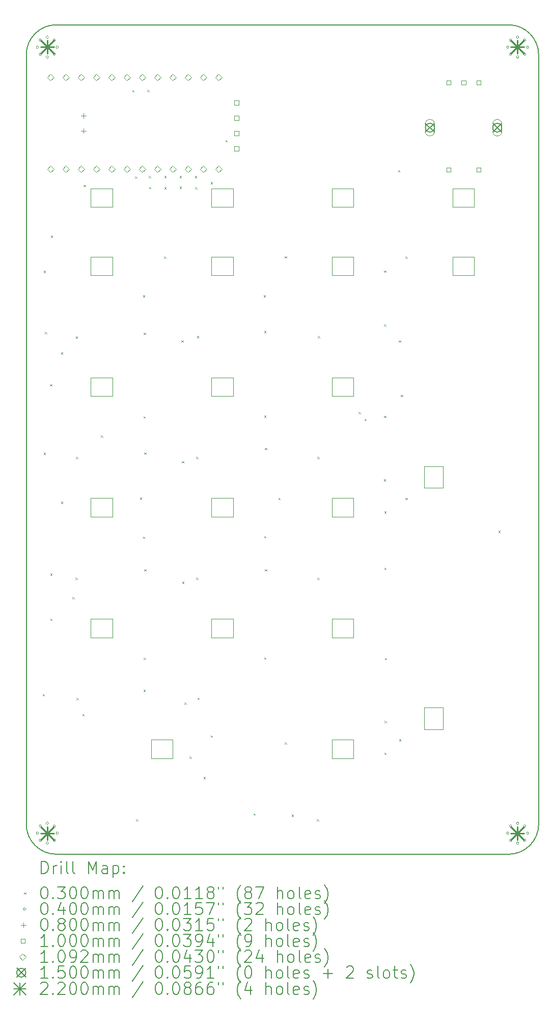
<source format=gbr>
%TF.GenerationSoftware,KiCad,Pcbnew,8.0.3-8.0.3-0~ubuntu22.04.1*%
%TF.CreationDate,2024-06-24T23:45:44-04:00*%
%TF.ProjectId,travis_num2024-routed2,74726176-6973-45f6-9e75-6d323032342d,2024.06.23*%
%TF.SameCoordinates,Original*%
%TF.FileFunction,Drillmap*%
%TF.FilePolarity,Positive*%
%FSLAX45Y45*%
G04 Gerber Fmt 4.5, Leading zero omitted, Abs format (unit mm)*
G04 Created by KiCad (PCBNEW 8.0.3-8.0.3-0~ubuntu22.04.1) date 2024-06-24 23:45:44*
%MOMM*%
%LPD*%
G01*
G04 APERTURE LIST*
%ADD10C,0.150000*%
%ADD11C,0.120000*%
%ADD12C,0.200000*%
%ADD13C,0.100000*%
%ADD14C,0.109220*%
%ADD15C,0.220000*%
G04 APERTURE END LIST*
D10*
X3247500Y-7475000D02*
X10767500Y-7475000D01*
X11267500Y-7975000D02*
X11267500Y-20752500D01*
X10767500Y-21252500D02*
X3247500Y-21252500D01*
X2747500Y-20752500D02*
X2747500Y-7975000D01*
X3247500Y-21252500D02*
G75*
G02*
X2747500Y-20752500I0J500000D01*
G01*
X2747500Y-7975000D02*
G75*
G02*
X3247500Y-7475000I500000J0D01*
G01*
X10767500Y-7475000D02*
G75*
G02*
X11267500Y-7975000I0J-500000D01*
G01*
X11267500Y-20752500D02*
G75*
G02*
X10767500Y-21252500I-500000J0D01*
G01*
D11*
X3820000Y-10193750D02*
X3820000Y-10503750D01*
X3820000Y-10503750D02*
X4180000Y-10503750D01*
X4180000Y-10193750D02*
X3820000Y-10193750D01*
X4180000Y-10503750D02*
X4180000Y-10193750D01*
X7830000Y-15339000D02*
X7830000Y-15649000D01*
X7830000Y-15649000D02*
X8190000Y-15649000D01*
X8190000Y-15339000D02*
X7830000Y-15339000D01*
X8190000Y-15649000D02*
X8190000Y-15339000D01*
X7830000Y-11329000D02*
X7830000Y-11639000D01*
X7830000Y-11639000D02*
X8190000Y-11639000D01*
X8190000Y-11329000D02*
X7830000Y-11329000D01*
X8190000Y-11639000D02*
X8190000Y-11329000D01*
X7830000Y-17344000D02*
X7830000Y-17654000D01*
X7830000Y-17654000D02*
X8190000Y-17654000D01*
X8190000Y-17344000D02*
X7830000Y-17344000D01*
X8190000Y-17654000D02*
X8190000Y-17344000D01*
X9835000Y-10193750D02*
X9835000Y-10503750D01*
X9835000Y-10503750D02*
X10195000Y-10503750D01*
X10195000Y-10193750D02*
X9835000Y-10193750D01*
X10195000Y-10503750D02*
X10195000Y-10193750D01*
X3820000Y-17344000D02*
X3820000Y-17654000D01*
X3820000Y-17654000D02*
X4180000Y-17654000D01*
X4180000Y-17344000D02*
X3820000Y-17344000D01*
X4180000Y-17654000D02*
X4180000Y-17344000D01*
X7830000Y-10193750D02*
X7830000Y-10503750D01*
X7830000Y-10503750D02*
X8190000Y-10503750D01*
X8190000Y-10193750D02*
X7830000Y-10193750D01*
X8190000Y-10503750D02*
X8190000Y-10193750D01*
X5825000Y-10193750D02*
X5825000Y-10503750D01*
X5825000Y-10503750D02*
X6185000Y-10503750D01*
X6185000Y-10193750D02*
X5825000Y-10193750D01*
X6185000Y-10503750D02*
X6185000Y-10193750D01*
X3820000Y-11329000D02*
X3820000Y-11639000D01*
X3820000Y-11639000D02*
X4180000Y-11639000D01*
X4180000Y-11329000D02*
X3820000Y-11329000D01*
X4180000Y-11639000D02*
X4180000Y-11329000D01*
X7830000Y-19349000D02*
X7830000Y-19659000D01*
X7830000Y-19659000D02*
X8190000Y-19659000D01*
X8190000Y-19349000D02*
X7830000Y-19349000D01*
X8190000Y-19659000D02*
X8190000Y-19349000D01*
X9364000Y-18817500D02*
X9364000Y-19177500D01*
X9364000Y-19177500D02*
X9674000Y-19177500D01*
X9674000Y-18817500D02*
X9364000Y-18817500D01*
X9674000Y-19177500D02*
X9674000Y-18817500D01*
X3820000Y-13334000D02*
X3820000Y-13644000D01*
X3820000Y-13644000D02*
X4180000Y-13644000D01*
X4180000Y-13334000D02*
X3820000Y-13334000D01*
X4180000Y-13644000D02*
X4180000Y-13334000D01*
X5825000Y-15339000D02*
X5825000Y-15649000D01*
X5825000Y-15649000D02*
X6185000Y-15649000D01*
X6185000Y-15339000D02*
X5825000Y-15339000D01*
X6185000Y-15649000D02*
X6185000Y-15339000D01*
X9835000Y-11329000D02*
X9835000Y-11639000D01*
X9835000Y-11639000D02*
X10195000Y-11639000D01*
X10195000Y-11329000D02*
X9835000Y-11329000D01*
X10195000Y-11639000D02*
X10195000Y-11329000D01*
X5825000Y-11329000D02*
X5825000Y-11639000D01*
X5825000Y-11639000D02*
X6185000Y-11639000D01*
X6185000Y-11329000D02*
X5825000Y-11329000D01*
X6185000Y-11639000D02*
X6185000Y-11329000D01*
X5825000Y-17344000D02*
X5825000Y-17654000D01*
X5825000Y-17654000D02*
X6185000Y-17654000D01*
X6185000Y-17344000D02*
X5825000Y-17344000D01*
X6185000Y-17654000D02*
X6185000Y-17344000D01*
X5825000Y-13334000D02*
X5825000Y-13644000D01*
X5825000Y-13644000D02*
X6185000Y-13644000D01*
X6185000Y-13334000D02*
X5825000Y-13334000D01*
X6185000Y-13644000D02*
X6185000Y-13334000D01*
X4822500Y-19349000D02*
X4822500Y-19659000D01*
X4822500Y-19659000D02*
X5182500Y-19659000D01*
X5182500Y-19349000D02*
X4822500Y-19349000D01*
X5182500Y-19659000D02*
X5182500Y-19349000D01*
X7830000Y-13334000D02*
X7830000Y-13644000D01*
X7830000Y-13644000D02*
X8190000Y-13644000D01*
X8190000Y-13334000D02*
X7830000Y-13334000D01*
X8190000Y-13644000D02*
X8190000Y-13334000D01*
X3820000Y-15339000D02*
X3820000Y-15649000D01*
X3820000Y-15649000D02*
X4180000Y-15649000D01*
X4180000Y-15339000D02*
X3820000Y-15339000D01*
X4180000Y-15649000D02*
X4180000Y-15339000D01*
X9364000Y-14807500D02*
X9364000Y-15167500D01*
X9364000Y-15167500D02*
X9674000Y-15167500D01*
X9674000Y-14807500D02*
X9364000Y-14807500D01*
X9674000Y-15167500D02*
X9674000Y-14807500D01*
D12*
D13*
X3019000Y-18591000D02*
X3049000Y-18621000D01*
X3049000Y-18591000D02*
X3019000Y-18621000D01*
X3037000Y-11563000D02*
X3067000Y-11593000D01*
X3067000Y-11563000D02*
X3037000Y-11593000D01*
X3038000Y-14582000D02*
X3068000Y-14612000D01*
X3068000Y-14582000D02*
X3038000Y-14612000D01*
X3060000Y-12579000D02*
X3090000Y-12609000D01*
X3090000Y-12579000D02*
X3060000Y-12609000D01*
X3145000Y-13446000D02*
X3175000Y-13476000D01*
X3175000Y-13446000D02*
X3145000Y-13476000D01*
X3146000Y-16589000D02*
X3176000Y-16619000D01*
X3176000Y-16589000D02*
X3146000Y-16619000D01*
X3149000Y-17340000D02*
X3179000Y-17370000D01*
X3179000Y-17340000D02*
X3149000Y-17370000D01*
X3154000Y-10976000D02*
X3184000Y-11006000D01*
X3184000Y-10976000D02*
X3154000Y-11006000D01*
X3324000Y-12915000D02*
X3354000Y-12945000D01*
X3354000Y-12915000D02*
X3324000Y-12945000D01*
X3325000Y-15395000D02*
X3355000Y-15425000D01*
X3355000Y-15395000D02*
X3325000Y-15425000D01*
X3515000Y-16981000D02*
X3545000Y-17011000D01*
X3545000Y-16981000D02*
X3515000Y-17011000D01*
X3568000Y-16659000D02*
X3598000Y-16689000D01*
X3598000Y-16659000D02*
X3568000Y-16689000D01*
X3570000Y-12653000D02*
X3600000Y-12683000D01*
X3600000Y-12653000D02*
X3570000Y-12683000D01*
X3575000Y-14653000D02*
X3605000Y-14683000D01*
X3605000Y-14653000D02*
X3575000Y-14683000D01*
X3582000Y-18657000D02*
X3612000Y-18687000D01*
X3612000Y-18657000D02*
X3582000Y-18687000D01*
X3682000Y-18922000D02*
X3712000Y-18952000D01*
X3712000Y-18922000D02*
X3682000Y-18952000D01*
X3700000Y-10134000D02*
X3730000Y-10164000D01*
X3730000Y-10134000D02*
X3700000Y-10164000D01*
X3988000Y-14297000D02*
X4018000Y-14327000D01*
X4018000Y-14297000D02*
X3988000Y-14327000D01*
X4512000Y-8560000D02*
X4542000Y-8590000D01*
X4542000Y-8560000D02*
X4512000Y-8590000D01*
X4556000Y-9995000D02*
X4586000Y-10025000D01*
X4586000Y-9995000D02*
X4556000Y-10025000D01*
X4576000Y-20670000D02*
X4606000Y-20700000D01*
X4606000Y-20670000D02*
X4576000Y-20700000D01*
X4639000Y-15330000D02*
X4669000Y-15360000D01*
X4669000Y-15330000D02*
X4639000Y-15360000D01*
X4689000Y-11968000D02*
X4719000Y-11998000D01*
X4719000Y-11968000D02*
X4689000Y-11998000D01*
X4689000Y-15977000D02*
X4719000Y-16007000D01*
X4719000Y-15977000D02*
X4689000Y-16007000D01*
X4696000Y-13977000D02*
X4726000Y-14007000D01*
X4726000Y-13977000D02*
X4696000Y-14007000D01*
X4698000Y-18522000D02*
X4728000Y-18552000D01*
X4728000Y-18522000D02*
X4698000Y-18552000D01*
X4703000Y-12589000D02*
X4733000Y-12619000D01*
X4733000Y-12589000D02*
X4703000Y-12619000D01*
X4703000Y-17989000D02*
X4733000Y-18019000D01*
X4733000Y-17989000D02*
X4703000Y-18019000D01*
X4710000Y-14581000D02*
X4740000Y-14611000D01*
X4740000Y-14581000D02*
X4710000Y-14611000D01*
X4710000Y-16518000D02*
X4740000Y-16548000D01*
X4740000Y-16518000D02*
X4710000Y-16548000D01*
X4759000Y-8555000D02*
X4789000Y-8585000D01*
X4789000Y-8555000D02*
X4759000Y-8585000D01*
X4787000Y-9985000D02*
X4817000Y-10015000D01*
X4817000Y-9985000D02*
X4787000Y-10015000D01*
X4790000Y-10170000D02*
X4820000Y-10200000D01*
X4820000Y-10170000D02*
X4790000Y-10200000D01*
X5040000Y-11322000D02*
X5070000Y-11352000D01*
X5070000Y-11322000D02*
X5040000Y-11352000D01*
X5043000Y-9987000D02*
X5073000Y-10017000D01*
X5073000Y-9987000D02*
X5043000Y-10017000D01*
X5045000Y-10173000D02*
X5075000Y-10203000D01*
X5075000Y-10173000D02*
X5045000Y-10203000D01*
X5298000Y-9987000D02*
X5328000Y-10017000D01*
X5328000Y-9987000D02*
X5298000Y-10017000D01*
X5299000Y-10166000D02*
X5329000Y-10196000D01*
X5329000Y-10166000D02*
X5299000Y-10196000D01*
X5327000Y-12716000D02*
X5357000Y-12746000D01*
X5357000Y-12716000D02*
X5327000Y-12746000D01*
X5338000Y-14722500D02*
X5368000Y-14752500D01*
X5368000Y-14722500D02*
X5338000Y-14752500D01*
X5341000Y-16727500D02*
X5371000Y-16757500D01*
X5371000Y-16727500D02*
X5341000Y-16757500D01*
X5377000Y-18732500D02*
X5407000Y-18762500D01*
X5407000Y-18732500D02*
X5377000Y-18762500D01*
X5462000Y-19631000D02*
X5492000Y-19661000D01*
X5492000Y-19631000D02*
X5462000Y-19661000D01*
X5552000Y-9987000D02*
X5582000Y-10017000D01*
X5582000Y-9987000D02*
X5552000Y-10017000D01*
X5554000Y-10173000D02*
X5584000Y-10203000D01*
X5584000Y-10173000D02*
X5554000Y-10203000D01*
X5571000Y-14649000D02*
X5601000Y-14679000D01*
X5601000Y-14649000D02*
X5571000Y-14679000D01*
X5572000Y-16657000D02*
X5602000Y-16687000D01*
X5602000Y-16657000D02*
X5572000Y-16687000D01*
X5587000Y-12646000D02*
X5617000Y-12676000D01*
X5617000Y-12646000D02*
X5587000Y-12676000D01*
X5595000Y-18652000D02*
X5625000Y-18682000D01*
X5625000Y-18652000D02*
X5595000Y-18682000D01*
X5695000Y-19967000D02*
X5725000Y-19997000D01*
X5725000Y-19967000D02*
X5695000Y-19997000D01*
X5814000Y-19280000D02*
X5844000Y-19310000D01*
X5844000Y-19280000D02*
X5814000Y-19310000D01*
X5816000Y-10086000D02*
X5846000Y-10116000D01*
X5846000Y-10086000D02*
X5816000Y-10116000D01*
X6061000Y-9390000D02*
X6091000Y-9420000D01*
X6091000Y-9390000D02*
X6061000Y-9420000D01*
X6526000Y-20573110D02*
X6556000Y-20603110D01*
X6556000Y-20573110D02*
X6526000Y-20603110D01*
X6695000Y-11969000D02*
X6725000Y-11999000D01*
X6725000Y-11969000D02*
X6695000Y-11999000D01*
X6702000Y-12561000D02*
X6732000Y-12591000D01*
X6732000Y-12561000D02*
X6702000Y-12591000D01*
X6702000Y-13964000D02*
X6732000Y-13994000D01*
X6732000Y-13964000D02*
X6702000Y-13994000D01*
X6702000Y-15966000D02*
X6732000Y-15996000D01*
X6732000Y-15966000D02*
X6702000Y-15996000D01*
X6702000Y-17981000D02*
X6732000Y-18011000D01*
X6732000Y-17981000D02*
X6702000Y-18011000D01*
X6714000Y-14503000D02*
X6744000Y-14533000D01*
X6744000Y-14503000D02*
X6714000Y-14533000D01*
X6714000Y-16518000D02*
X6744000Y-16548000D01*
X6744000Y-16518000D02*
X6714000Y-16548000D01*
X6940000Y-15334000D02*
X6970000Y-15364000D01*
X6970000Y-15334000D02*
X6940000Y-15364000D01*
X7045000Y-19392000D02*
X7075000Y-19422000D01*
X7075000Y-19392000D02*
X7045000Y-19422000D01*
X7047000Y-11321000D02*
X7077000Y-11351000D01*
X7077000Y-11321000D02*
X7047000Y-11351000D01*
X7161000Y-20593000D02*
X7191000Y-20623000D01*
X7191000Y-20593000D02*
X7161000Y-20623000D01*
X7579000Y-20671000D02*
X7609000Y-20701000D01*
X7609000Y-20671000D02*
X7579000Y-20701000D01*
X7588000Y-16658000D02*
X7618000Y-16688000D01*
X7618000Y-16658000D02*
X7588000Y-16688000D01*
X7589000Y-14653000D02*
X7619000Y-14683000D01*
X7619000Y-14653000D02*
X7589000Y-14683000D01*
X7598000Y-12643000D02*
X7628000Y-12673000D01*
X7628000Y-12643000D02*
X7598000Y-12673000D01*
X8272000Y-13905000D02*
X8302000Y-13935000D01*
X8302000Y-13905000D02*
X8272000Y-13935000D01*
X8371000Y-14019000D02*
X8401000Y-14049000D01*
X8401000Y-14019000D02*
X8371000Y-14049000D01*
X8693000Y-15023000D02*
X8723000Y-15053000D01*
X8723000Y-15023000D02*
X8693000Y-15053000D01*
X8699000Y-11557000D02*
X8729000Y-11587000D01*
X8729000Y-11557000D02*
X8699000Y-11587000D01*
X8699000Y-12449000D02*
X8729000Y-12479000D01*
X8729000Y-12449000D02*
X8699000Y-12479000D01*
X8699000Y-13969000D02*
X8729000Y-13999000D01*
X8729000Y-13969000D02*
X8699000Y-13999000D01*
X8700000Y-19567000D02*
X8730000Y-19597000D01*
X8730000Y-19567000D02*
X8700000Y-19597000D01*
X8703000Y-15558000D02*
X8733000Y-15588000D01*
X8733000Y-15558000D02*
X8703000Y-15588000D01*
X8703000Y-16492000D02*
X8733000Y-16522000D01*
X8733000Y-16492000D02*
X8703000Y-16522000D01*
X8704000Y-19037000D02*
X8734000Y-19067000D01*
X8734000Y-19037000D02*
X8704000Y-19067000D01*
X8711000Y-17991000D02*
X8741000Y-18021000D01*
X8741000Y-17991000D02*
X8711000Y-18021000D01*
X8930000Y-9889000D02*
X8960000Y-9919000D01*
X8960000Y-9889000D02*
X8930000Y-9919000D01*
X8941000Y-12718000D02*
X8971000Y-12748000D01*
X8971000Y-12718000D02*
X8941000Y-12748000D01*
X8948000Y-19342000D02*
X8978000Y-19372000D01*
X8978000Y-19342000D02*
X8948000Y-19372000D01*
X8975000Y-13623000D02*
X9005000Y-13653000D01*
X9005000Y-13623000D02*
X8975000Y-13653000D01*
X9051000Y-15332000D02*
X9081000Y-15362000D01*
X9081000Y-15332000D02*
X9051000Y-15362000D01*
X9052000Y-11323000D02*
X9082000Y-11353000D01*
X9082000Y-11323000D02*
X9052000Y-11353000D01*
X10598000Y-15878000D02*
X10628000Y-15908000D01*
X10628000Y-15878000D02*
X10598000Y-15908000D01*
X2952500Y-7846250D02*
G75*
G02*
X2912500Y-7846250I-20000J0D01*
G01*
X2912500Y-7846250D02*
G75*
G02*
X2952500Y-7846250I20000J0D01*
G01*
X2952500Y-20902500D02*
G75*
G02*
X2912500Y-20902500I-20000J0D01*
G01*
X2912500Y-20902500D02*
G75*
G02*
X2952500Y-20902500I20000J0D01*
G01*
X3000827Y-7729577D02*
G75*
G02*
X2960827Y-7729577I-20000J0D01*
G01*
X2960827Y-7729577D02*
G75*
G02*
X3000827Y-7729577I20000J0D01*
G01*
X3000827Y-7962923D02*
G75*
G02*
X2960827Y-7962923I-20000J0D01*
G01*
X2960827Y-7962923D02*
G75*
G02*
X3000827Y-7962923I20000J0D01*
G01*
X3000827Y-20785827D02*
G75*
G02*
X2960827Y-20785827I-20000J0D01*
G01*
X2960827Y-20785827D02*
G75*
G02*
X3000827Y-20785827I20000J0D01*
G01*
X3000827Y-21019173D02*
G75*
G02*
X2960827Y-21019173I-20000J0D01*
G01*
X2960827Y-21019173D02*
G75*
G02*
X3000827Y-21019173I20000J0D01*
G01*
X3117500Y-7681250D02*
G75*
G02*
X3077500Y-7681250I-20000J0D01*
G01*
X3077500Y-7681250D02*
G75*
G02*
X3117500Y-7681250I20000J0D01*
G01*
X3117500Y-8011250D02*
G75*
G02*
X3077500Y-8011250I-20000J0D01*
G01*
X3077500Y-8011250D02*
G75*
G02*
X3117500Y-8011250I20000J0D01*
G01*
X3117500Y-20737500D02*
G75*
G02*
X3077500Y-20737500I-20000J0D01*
G01*
X3077500Y-20737500D02*
G75*
G02*
X3117500Y-20737500I20000J0D01*
G01*
X3117500Y-21067500D02*
G75*
G02*
X3077500Y-21067500I-20000J0D01*
G01*
X3077500Y-21067500D02*
G75*
G02*
X3117500Y-21067500I20000J0D01*
G01*
X3234173Y-7729577D02*
G75*
G02*
X3194173Y-7729577I-20000J0D01*
G01*
X3194173Y-7729577D02*
G75*
G02*
X3234173Y-7729577I20000J0D01*
G01*
X3234173Y-7962923D02*
G75*
G02*
X3194173Y-7962923I-20000J0D01*
G01*
X3194173Y-7962923D02*
G75*
G02*
X3234173Y-7962923I20000J0D01*
G01*
X3234173Y-20785827D02*
G75*
G02*
X3194173Y-20785827I-20000J0D01*
G01*
X3194173Y-20785827D02*
G75*
G02*
X3234173Y-20785827I20000J0D01*
G01*
X3234173Y-21019173D02*
G75*
G02*
X3194173Y-21019173I-20000J0D01*
G01*
X3194173Y-21019173D02*
G75*
G02*
X3234173Y-21019173I20000J0D01*
G01*
X3282500Y-7846250D02*
G75*
G02*
X3242500Y-7846250I-20000J0D01*
G01*
X3242500Y-7846250D02*
G75*
G02*
X3282500Y-7846250I20000J0D01*
G01*
X3282500Y-20902500D02*
G75*
G02*
X3242500Y-20902500I-20000J0D01*
G01*
X3242500Y-20902500D02*
G75*
G02*
X3282500Y-20902500I20000J0D01*
G01*
X10772500Y-7846250D02*
G75*
G02*
X10732500Y-7846250I-20000J0D01*
G01*
X10732500Y-7846250D02*
G75*
G02*
X10772500Y-7846250I20000J0D01*
G01*
X10772500Y-20902500D02*
G75*
G02*
X10732500Y-20902500I-20000J0D01*
G01*
X10732500Y-20902500D02*
G75*
G02*
X10772500Y-20902500I20000J0D01*
G01*
X10820827Y-7729577D02*
G75*
G02*
X10780827Y-7729577I-20000J0D01*
G01*
X10780827Y-7729577D02*
G75*
G02*
X10820827Y-7729577I20000J0D01*
G01*
X10820827Y-7962923D02*
G75*
G02*
X10780827Y-7962923I-20000J0D01*
G01*
X10780827Y-7962923D02*
G75*
G02*
X10820827Y-7962923I20000J0D01*
G01*
X10820827Y-20785827D02*
G75*
G02*
X10780827Y-20785827I-20000J0D01*
G01*
X10780827Y-20785827D02*
G75*
G02*
X10820827Y-20785827I20000J0D01*
G01*
X10820827Y-21019173D02*
G75*
G02*
X10780827Y-21019173I-20000J0D01*
G01*
X10780827Y-21019173D02*
G75*
G02*
X10820827Y-21019173I20000J0D01*
G01*
X10937500Y-7681250D02*
G75*
G02*
X10897500Y-7681250I-20000J0D01*
G01*
X10897500Y-7681250D02*
G75*
G02*
X10937500Y-7681250I20000J0D01*
G01*
X10937500Y-8011250D02*
G75*
G02*
X10897500Y-8011250I-20000J0D01*
G01*
X10897500Y-8011250D02*
G75*
G02*
X10937500Y-8011250I20000J0D01*
G01*
X10937500Y-20737500D02*
G75*
G02*
X10897500Y-20737500I-20000J0D01*
G01*
X10897500Y-20737500D02*
G75*
G02*
X10937500Y-20737500I20000J0D01*
G01*
X10937500Y-21067500D02*
G75*
G02*
X10897500Y-21067500I-20000J0D01*
G01*
X10897500Y-21067500D02*
G75*
G02*
X10937500Y-21067500I20000J0D01*
G01*
X11054173Y-7729577D02*
G75*
G02*
X11014173Y-7729577I-20000J0D01*
G01*
X11014173Y-7729577D02*
G75*
G02*
X11054173Y-7729577I20000J0D01*
G01*
X11054173Y-7962923D02*
G75*
G02*
X11014173Y-7962923I-20000J0D01*
G01*
X11014173Y-7962923D02*
G75*
G02*
X11054173Y-7962923I20000J0D01*
G01*
X11054173Y-20785827D02*
G75*
G02*
X11014173Y-20785827I-20000J0D01*
G01*
X11014173Y-20785827D02*
G75*
G02*
X11054173Y-20785827I20000J0D01*
G01*
X11054173Y-21019173D02*
G75*
G02*
X11014173Y-21019173I-20000J0D01*
G01*
X11014173Y-21019173D02*
G75*
G02*
X11054173Y-21019173I20000J0D01*
G01*
X11102500Y-7846250D02*
G75*
G02*
X11062500Y-7846250I-20000J0D01*
G01*
X11062500Y-7846250D02*
G75*
G02*
X11102500Y-7846250I20000J0D01*
G01*
X11102500Y-20902500D02*
G75*
G02*
X11062500Y-20902500I-20000J0D01*
G01*
X11062500Y-20902500D02*
G75*
G02*
X11102500Y-20902500I20000J0D01*
G01*
X3700000Y-8945500D02*
X3700000Y-9025500D01*
X3660000Y-8985500D02*
X3740000Y-8985500D01*
X3700000Y-9195500D02*
X3700000Y-9275500D01*
X3660000Y-9235500D02*
X3740000Y-9235500D01*
X6280356Y-8804106D02*
X6280356Y-8733394D01*
X6209644Y-8733394D01*
X6209644Y-8804106D01*
X6280356Y-8804106D01*
X6280356Y-9058106D02*
X6280356Y-8987394D01*
X6209644Y-8987394D01*
X6209644Y-9058106D01*
X6280356Y-9058106D01*
X6280356Y-9312106D02*
X6280356Y-9241394D01*
X6209644Y-9241394D01*
X6209644Y-9312106D01*
X6280356Y-9312106D01*
X6280356Y-9566106D02*
X6280356Y-9495394D01*
X6209644Y-9495394D01*
X6209644Y-9566106D01*
X6280356Y-9566106D01*
X9804356Y-8469606D02*
X9804356Y-8398894D01*
X9733644Y-8398894D01*
X9733644Y-8469606D01*
X9804356Y-8469606D01*
X9804356Y-9919606D02*
X9804356Y-9848894D01*
X9733644Y-9848894D01*
X9733644Y-9919606D01*
X9804356Y-9919606D01*
X10054356Y-8469606D02*
X10054356Y-8398894D01*
X9983644Y-8398894D01*
X9983644Y-8469606D01*
X10054356Y-8469606D01*
X10304356Y-8469606D02*
X10304356Y-8398894D01*
X10233644Y-8398894D01*
X10233644Y-8469606D01*
X10304356Y-8469606D01*
X10304356Y-9919606D02*
X10304356Y-9848894D01*
X10233644Y-9848894D01*
X10233644Y-9919606D01*
X10304356Y-9919606D01*
D14*
X3153000Y-8403110D02*
X3207610Y-8348500D01*
X3153000Y-8293890D01*
X3098390Y-8348500D01*
X3153000Y-8403110D01*
X3153000Y-9927110D02*
X3207610Y-9872500D01*
X3153000Y-9817890D01*
X3098390Y-9872500D01*
X3153000Y-9927110D01*
X3407000Y-8403110D02*
X3461610Y-8348500D01*
X3407000Y-8293890D01*
X3352390Y-8348500D01*
X3407000Y-8403110D01*
X3407000Y-9927110D02*
X3461610Y-9872500D01*
X3407000Y-9817890D01*
X3352390Y-9872500D01*
X3407000Y-9927110D01*
X3661000Y-8403110D02*
X3715610Y-8348500D01*
X3661000Y-8293890D01*
X3606390Y-8348500D01*
X3661000Y-8403110D01*
X3661000Y-9927110D02*
X3715610Y-9872500D01*
X3661000Y-9817890D01*
X3606390Y-9872500D01*
X3661000Y-9927110D01*
X3915000Y-8403110D02*
X3969610Y-8348500D01*
X3915000Y-8293890D01*
X3860390Y-8348500D01*
X3915000Y-8403110D01*
X3915000Y-9927110D02*
X3969610Y-9872500D01*
X3915000Y-9817890D01*
X3860390Y-9872500D01*
X3915000Y-9927110D01*
X4169000Y-8403110D02*
X4223610Y-8348500D01*
X4169000Y-8293890D01*
X4114390Y-8348500D01*
X4169000Y-8403110D01*
X4169000Y-9927110D02*
X4223610Y-9872500D01*
X4169000Y-9817890D01*
X4114390Y-9872500D01*
X4169000Y-9927110D01*
X4423000Y-8403110D02*
X4477610Y-8348500D01*
X4423000Y-8293890D01*
X4368390Y-8348500D01*
X4423000Y-8403110D01*
X4423000Y-9927110D02*
X4477610Y-9872500D01*
X4423000Y-9817890D01*
X4368390Y-9872500D01*
X4423000Y-9927110D01*
X4677000Y-8403110D02*
X4731610Y-8348500D01*
X4677000Y-8293890D01*
X4622390Y-8348500D01*
X4677000Y-8403110D01*
X4677000Y-9927110D02*
X4731610Y-9872500D01*
X4677000Y-9817890D01*
X4622390Y-9872500D01*
X4677000Y-9927110D01*
X4931000Y-8403110D02*
X4985610Y-8348500D01*
X4931000Y-8293890D01*
X4876390Y-8348500D01*
X4931000Y-8403110D01*
X4931000Y-9927110D02*
X4985610Y-9872500D01*
X4931000Y-9817890D01*
X4876390Y-9872500D01*
X4931000Y-9927110D01*
X5185000Y-8403110D02*
X5239610Y-8348500D01*
X5185000Y-8293890D01*
X5130390Y-8348500D01*
X5185000Y-8403110D01*
X5185000Y-9927110D02*
X5239610Y-9872500D01*
X5185000Y-9817890D01*
X5130390Y-9872500D01*
X5185000Y-9927110D01*
X5439000Y-8403110D02*
X5493610Y-8348500D01*
X5439000Y-8293890D01*
X5384390Y-8348500D01*
X5439000Y-8403110D01*
X5439000Y-9927110D02*
X5493610Y-9872500D01*
X5439000Y-9817890D01*
X5384390Y-9872500D01*
X5439000Y-9927110D01*
X5693000Y-8403110D02*
X5747610Y-8348500D01*
X5693000Y-8293890D01*
X5638390Y-8348500D01*
X5693000Y-8403110D01*
X5693000Y-9927110D02*
X5747610Y-9872500D01*
X5693000Y-9817890D01*
X5638390Y-9872500D01*
X5693000Y-9927110D01*
X5947000Y-8403110D02*
X6001610Y-8348500D01*
X5947000Y-8293890D01*
X5892390Y-8348500D01*
X5947000Y-8403110D01*
X5947000Y-9927110D02*
X6001610Y-9872500D01*
X5947000Y-9817890D01*
X5892390Y-9872500D01*
X5947000Y-9927110D01*
D10*
X9384000Y-9109250D02*
X9534000Y-9259250D01*
X9534000Y-9109250D02*
X9384000Y-9259250D01*
X9534000Y-9184250D02*
G75*
G02*
X9384000Y-9184250I-75000J0D01*
G01*
X9384000Y-9184250D02*
G75*
G02*
X9534000Y-9184250I75000J0D01*
G01*
D13*
X9384000Y-9119250D02*
X9384000Y-9249250D01*
X9534000Y-9249250D02*
G75*
G02*
X9384000Y-9249250I-75000J0D01*
G01*
X9534000Y-9249250D02*
X9534000Y-9119250D01*
X9534000Y-9119250D02*
G75*
G03*
X9384000Y-9119250I-75000J0D01*
G01*
D10*
X10504000Y-9109250D02*
X10654000Y-9259250D01*
X10654000Y-9109250D02*
X10504000Y-9259250D01*
X10654000Y-9184250D02*
G75*
G02*
X10504000Y-9184250I-75000J0D01*
G01*
X10504000Y-9184250D02*
G75*
G02*
X10654000Y-9184250I75000J0D01*
G01*
D13*
X10504000Y-9119250D02*
X10504000Y-9249250D01*
X10654000Y-9249250D02*
G75*
G02*
X10504000Y-9249250I-75000J0D01*
G01*
X10654000Y-9249250D02*
X10654000Y-9119250D01*
X10654000Y-9119250D02*
G75*
G03*
X10504000Y-9119250I-75000J0D01*
G01*
D15*
X2987500Y-7736250D02*
X3207500Y-7956250D01*
X3207500Y-7736250D02*
X2987500Y-7956250D01*
X3097500Y-7736250D02*
X3097500Y-7956250D01*
X2987500Y-7846250D02*
X3207500Y-7846250D01*
X2987500Y-20792500D02*
X3207500Y-21012500D01*
X3207500Y-20792500D02*
X2987500Y-21012500D01*
X3097500Y-20792500D02*
X3097500Y-21012500D01*
X2987500Y-20902500D02*
X3207500Y-20902500D01*
X10807500Y-7736250D02*
X11027500Y-7956250D01*
X11027500Y-7736250D02*
X10807500Y-7956250D01*
X10917500Y-7736250D02*
X10917500Y-7956250D01*
X10807500Y-7846250D02*
X11027500Y-7846250D01*
X10807500Y-20792500D02*
X11027500Y-21012500D01*
X11027500Y-20792500D02*
X10807500Y-21012500D01*
X10917500Y-20792500D02*
X10917500Y-21012500D01*
X10807500Y-20902500D02*
X11027500Y-20902500D01*
D12*
X3000777Y-21571484D02*
X3000777Y-21371484D01*
X3000777Y-21371484D02*
X3048396Y-21371484D01*
X3048396Y-21371484D02*
X3076967Y-21381008D01*
X3076967Y-21381008D02*
X3096015Y-21400055D01*
X3096015Y-21400055D02*
X3105539Y-21419103D01*
X3105539Y-21419103D02*
X3115062Y-21457198D01*
X3115062Y-21457198D02*
X3115062Y-21485770D01*
X3115062Y-21485770D02*
X3105539Y-21523865D01*
X3105539Y-21523865D02*
X3096015Y-21542912D01*
X3096015Y-21542912D02*
X3076967Y-21561960D01*
X3076967Y-21561960D02*
X3048396Y-21571484D01*
X3048396Y-21571484D02*
X3000777Y-21571484D01*
X3200777Y-21571484D02*
X3200777Y-21438150D01*
X3200777Y-21476246D02*
X3210301Y-21457198D01*
X3210301Y-21457198D02*
X3219824Y-21447674D01*
X3219824Y-21447674D02*
X3238872Y-21438150D01*
X3238872Y-21438150D02*
X3257920Y-21438150D01*
X3324586Y-21571484D02*
X3324586Y-21438150D01*
X3324586Y-21371484D02*
X3315062Y-21381008D01*
X3315062Y-21381008D02*
X3324586Y-21390531D01*
X3324586Y-21390531D02*
X3334110Y-21381008D01*
X3334110Y-21381008D02*
X3324586Y-21371484D01*
X3324586Y-21371484D02*
X3324586Y-21390531D01*
X3448396Y-21571484D02*
X3429348Y-21561960D01*
X3429348Y-21561960D02*
X3419824Y-21542912D01*
X3419824Y-21542912D02*
X3419824Y-21371484D01*
X3553158Y-21571484D02*
X3534110Y-21561960D01*
X3534110Y-21561960D02*
X3524586Y-21542912D01*
X3524586Y-21542912D02*
X3524586Y-21371484D01*
X3781729Y-21571484D02*
X3781729Y-21371484D01*
X3781729Y-21371484D02*
X3848396Y-21514341D01*
X3848396Y-21514341D02*
X3915062Y-21371484D01*
X3915062Y-21371484D02*
X3915062Y-21571484D01*
X4096015Y-21571484D02*
X4096015Y-21466722D01*
X4096015Y-21466722D02*
X4086491Y-21447674D01*
X4086491Y-21447674D02*
X4067443Y-21438150D01*
X4067443Y-21438150D02*
X4029348Y-21438150D01*
X4029348Y-21438150D02*
X4010301Y-21447674D01*
X4096015Y-21561960D02*
X4076967Y-21571484D01*
X4076967Y-21571484D02*
X4029348Y-21571484D01*
X4029348Y-21571484D02*
X4010301Y-21561960D01*
X4010301Y-21561960D02*
X4000777Y-21542912D01*
X4000777Y-21542912D02*
X4000777Y-21523865D01*
X4000777Y-21523865D02*
X4010301Y-21504817D01*
X4010301Y-21504817D02*
X4029348Y-21495293D01*
X4029348Y-21495293D02*
X4076967Y-21495293D01*
X4076967Y-21495293D02*
X4096015Y-21485770D01*
X4191253Y-21438150D02*
X4191253Y-21638150D01*
X4191253Y-21447674D02*
X4210301Y-21438150D01*
X4210301Y-21438150D02*
X4248396Y-21438150D01*
X4248396Y-21438150D02*
X4267444Y-21447674D01*
X4267444Y-21447674D02*
X4276967Y-21457198D01*
X4276967Y-21457198D02*
X4286491Y-21476246D01*
X4286491Y-21476246D02*
X4286491Y-21533389D01*
X4286491Y-21533389D02*
X4276967Y-21552436D01*
X4276967Y-21552436D02*
X4267444Y-21561960D01*
X4267444Y-21561960D02*
X4248396Y-21571484D01*
X4248396Y-21571484D02*
X4210301Y-21571484D01*
X4210301Y-21571484D02*
X4191253Y-21561960D01*
X4372205Y-21552436D02*
X4381729Y-21561960D01*
X4381729Y-21561960D02*
X4372205Y-21571484D01*
X4372205Y-21571484D02*
X4362682Y-21561960D01*
X4362682Y-21561960D02*
X4372205Y-21552436D01*
X4372205Y-21552436D02*
X4372205Y-21571484D01*
X4372205Y-21447674D02*
X4381729Y-21457198D01*
X4381729Y-21457198D02*
X4372205Y-21466722D01*
X4372205Y-21466722D02*
X4362682Y-21457198D01*
X4362682Y-21457198D02*
X4372205Y-21447674D01*
X4372205Y-21447674D02*
X4372205Y-21466722D01*
D13*
X2710000Y-21885000D02*
X2740000Y-21915000D01*
X2740000Y-21885000D02*
X2710000Y-21915000D01*
D12*
X3038872Y-21791484D02*
X3057920Y-21791484D01*
X3057920Y-21791484D02*
X3076967Y-21801008D01*
X3076967Y-21801008D02*
X3086491Y-21810531D01*
X3086491Y-21810531D02*
X3096015Y-21829579D01*
X3096015Y-21829579D02*
X3105539Y-21867674D01*
X3105539Y-21867674D02*
X3105539Y-21915293D01*
X3105539Y-21915293D02*
X3096015Y-21953389D01*
X3096015Y-21953389D02*
X3086491Y-21972436D01*
X3086491Y-21972436D02*
X3076967Y-21981960D01*
X3076967Y-21981960D02*
X3057920Y-21991484D01*
X3057920Y-21991484D02*
X3038872Y-21991484D01*
X3038872Y-21991484D02*
X3019824Y-21981960D01*
X3019824Y-21981960D02*
X3010301Y-21972436D01*
X3010301Y-21972436D02*
X3000777Y-21953389D01*
X3000777Y-21953389D02*
X2991253Y-21915293D01*
X2991253Y-21915293D02*
X2991253Y-21867674D01*
X2991253Y-21867674D02*
X3000777Y-21829579D01*
X3000777Y-21829579D02*
X3010301Y-21810531D01*
X3010301Y-21810531D02*
X3019824Y-21801008D01*
X3019824Y-21801008D02*
X3038872Y-21791484D01*
X3191253Y-21972436D02*
X3200777Y-21981960D01*
X3200777Y-21981960D02*
X3191253Y-21991484D01*
X3191253Y-21991484D02*
X3181729Y-21981960D01*
X3181729Y-21981960D02*
X3191253Y-21972436D01*
X3191253Y-21972436D02*
X3191253Y-21991484D01*
X3267443Y-21791484D02*
X3391253Y-21791484D01*
X3391253Y-21791484D02*
X3324586Y-21867674D01*
X3324586Y-21867674D02*
X3353158Y-21867674D01*
X3353158Y-21867674D02*
X3372205Y-21877198D01*
X3372205Y-21877198D02*
X3381729Y-21886722D01*
X3381729Y-21886722D02*
X3391253Y-21905770D01*
X3391253Y-21905770D02*
X3391253Y-21953389D01*
X3391253Y-21953389D02*
X3381729Y-21972436D01*
X3381729Y-21972436D02*
X3372205Y-21981960D01*
X3372205Y-21981960D02*
X3353158Y-21991484D01*
X3353158Y-21991484D02*
X3296015Y-21991484D01*
X3296015Y-21991484D02*
X3276967Y-21981960D01*
X3276967Y-21981960D02*
X3267443Y-21972436D01*
X3515062Y-21791484D02*
X3534110Y-21791484D01*
X3534110Y-21791484D02*
X3553158Y-21801008D01*
X3553158Y-21801008D02*
X3562682Y-21810531D01*
X3562682Y-21810531D02*
X3572205Y-21829579D01*
X3572205Y-21829579D02*
X3581729Y-21867674D01*
X3581729Y-21867674D02*
X3581729Y-21915293D01*
X3581729Y-21915293D02*
X3572205Y-21953389D01*
X3572205Y-21953389D02*
X3562682Y-21972436D01*
X3562682Y-21972436D02*
X3553158Y-21981960D01*
X3553158Y-21981960D02*
X3534110Y-21991484D01*
X3534110Y-21991484D02*
X3515062Y-21991484D01*
X3515062Y-21991484D02*
X3496015Y-21981960D01*
X3496015Y-21981960D02*
X3486491Y-21972436D01*
X3486491Y-21972436D02*
X3476967Y-21953389D01*
X3476967Y-21953389D02*
X3467443Y-21915293D01*
X3467443Y-21915293D02*
X3467443Y-21867674D01*
X3467443Y-21867674D02*
X3476967Y-21829579D01*
X3476967Y-21829579D02*
X3486491Y-21810531D01*
X3486491Y-21810531D02*
X3496015Y-21801008D01*
X3496015Y-21801008D02*
X3515062Y-21791484D01*
X3705539Y-21791484D02*
X3724586Y-21791484D01*
X3724586Y-21791484D02*
X3743634Y-21801008D01*
X3743634Y-21801008D02*
X3753158Y-21810531D01*
X3753158Y-21810531D02*
X3762682Y-21829579D01*
X3762682Y-21829579D02*
X3772205Y-21867674D01*
X3772205Y-21867674D02*
X3772205Y-21915293D01*
X3772205Y-21915293D02*
X3762682Y-21953389D01*
X3762682Y-21953389D02*
X3753158Y-21972436D01*
X3753158Y-21972436D02*
X3743634Y-21981960D01*
X3743634Y-21981960D02*
X3724586Y-21991484D01*
X3724586Y-21991484D02*
X3705539Y-21991484D01*
X3705539Y-21991484D02*
X3686491Y-21981960D01*
X3686491Y-21981960D02*
X3676967Y-21972436D01*
X3676967Y-21972436D02*
X3667443Y-21953389D01*
X3667443Y-21953389D02*
X3657920Y-21915293D01*
X3657920Y-21915293D02*
X3657920Y-21867674D01*
X3657920Y-21867674D02*
X3667443Y-21829579D01*
X3667443Y-21829579D02*
X3676967Y-21810531D01*
X3676967Y-21810531D02*
X3686491Y-21801008D01*
X3686491Y-21801008D02*
X3705539Y-21791484D01*
X3857920Y-21991484D02*
X3857920Y-21858150D01*
X3857920Y-21877198D02*
X3867443Y-21867674D01*
X3867443Y-21867674D02*
X3886491Y-21858150D01*
X3886491Y-21858150D02*
X3915063Y-21858150D01*
X3915063Y-21858150D02*
X3934110Y-21867674D01*
X3934110Y-21867674D02*
X3943634Y-21886722D01*
X3943634Y-21886722D02*
X3943634Y-21991484D01*
X3943634Y-21886722D02*
X3953158Y-21867674D01*
X3953158Y-21867674D02*
X3972205Y-21858150D01*
X3972205Y-21858150D02*
X4000777Y-21858150D01*
X4000777Y-21858150D02*
X4019824Y-21867674D01*
X4019824Y-21867674D02*
X4029348Y-21886722D01*
X4029348Y-21886722D02*
X4029348Y-21991484D01*
X4124586Y-21991484D02*
X4124586Y-21858150D01*
X4124586Y-21877198D02*
X4134110Y-21867674D01*
X4134110Y-21867674D02*
X4153158Y-21858150D01*
X4153158Y-21858150D02*
X4181729Y-21858150D01*
X4181729Y-21858150D02*
X4200777Y-21867674D01*
X4200777Y-21867674D02*
X4210301Y-21886722D01*
X4210301Y-21886722D02*
X4210301Y-21991484D01*
X4210301Y-21886722D02*
X4219825Y-21867674D01*
X4219825Y-21867674D02*
X4238872Y-21858150D01*
X4238872Y-21858150D02*
X4267444Y-21858150D01*
X4267444Y-21858150D02*
X4286491Y-21867674D01*
X4286491Y-21867674D02*
X4296015Y-21886722D01*
X4296015Y-21886722D02*
X4296015Y-21991484D01*
X4686491Y-21781960D02*
X4515063Y-22039103D01*
X4943634Y-21791484D02*
X4962682Y-21791484D01*
X4962682Y-21791484D02*
X4981729Y-21801008D01*
X4981729Y-21801008D02*
X4991253Y-21810531D01*
X4991253Y-21810531D02*
X5000777Y-21829579D01*
X5000777Y-21829579D02*
X5010301Y-21867674D01*
X5010301Y-21867674D02*
X5010301Y-21915293D01*
X5010301Y-21915293D02*
X5000777Y-21953389D01*
X5000777Y-21953389D02*
X4991253Y-21972436D01*
X4991253Y-21972436D02*
X4981729Y-21981960D01*
X4981729Y-21981960D02*
X4962682Y-21991484D01*
X4962682Y-21991484D02*
X4943634Y-21991484D01*
X4943634Y-21991484D02*
X4924587Y-21981960D01*
X4924587Y-21981960D02*
X4915063Y-21972436D01*
X4915063Y-21972436D02*
X4905539Y-21953389D01*
X4905539Y-21953389D02*
X4896015Y-21915293D01*
X4896015Y-21915293D02*
X4896015Y-21867674D01*
X4896015Y-21867674D02*
X4905539Y-21829579D01*
X4905539Y-21829579D02*
X4915063Y-21810531D01*
X4915063Y-21810531D02*
X4924587Y-21801008D01*
X4924587Y-21801008D02*
X4943634Y-21791484D01*
X5096015Y-21972436D02*
X5105539Y-21981960D01*
X5105539Y-21981960D02*
X5096015Y-21991484D01*
X5096015Y-21991484D02*
X5086491Y-21981960D01*
X5086491Y-21981960D02*
X5096015Y-21972436D01*
X5096015Y-21972436D02*
X5096015Y-21991484D01*
X5229348Y-21791484D02*
X5248396Y-21791484D01*
X5248396Y-21791484D02*
X5267444Y-21801008D01*
X5267444Y-21801008D02*
X5276968Y-21810531D01*
X5276968Y-21810531D02*
X5286491Y-21829579D01*
X5286491Y-21829579D02*
X5296015Y-21867674D01*
X5296015Y-21867674D02*
X5296015Y-21915293D01*
X5296015Y-21915293D02*
X5286491Y-21953389D01*
X5286491Y-21953389D02*
X5276968Y-21972436D01*
X5276968Y-21972436D02*
X5267444Y-21981960D01*
X5267444Y-21981960D02*
X5248396Y-21991484D01*
X5248396Y-21991484D02*
X5229348Y-21991484D01*
X5229348Y-21991484D02*
X5210301Y-21981960D01*
X5210301Y-21981960D02*
X5200777Y-21972436D01*
X5200777Y-21972436D02*
X5191253Y-21953389D01*
X5191253Y-21953389D02*
X5181729Y-21915293D01*
X5181729Y-21915293D02*
X5181729Y-21867674D01*
X5181729Y-21867674D02*
X5191253Y-21829579D01*
X5191253Y-21829579D02*
X5200777Y-21810531D01*
X5200777Y-21810531D02*
X5210301Y-21801008D01*
X5210301Y-21801008D02*
X5229348Y-21791484D01*
X5486491Y-21991484D02*
X5372206Y-21991484D01*
X5429348Y-21991484D02*
X5429348Y-21791484D01*
X5429348Y-21791484D02*
X5410301Y-21820055D01*
X5410301Y-21820055D02*
X5391253Y-21839103D01*
X5391253Y-21839103D02*
X5372206Y-21848627D01*
X5676967Y-21991484D02*
X5562682Y-21991484D01*
X5619825Y-21991484D02*
X5619825Y-21791484D01*
X5619825Y-21791484D02*
X5600777Y-21820055D01*
X5600777Y-21820055D02*
X5581729Y-21839103D01*
X5581729Y-21839103D02*
X5562682Y-21848627D01*
X5791253Y-21877198D02*
X5772206Y-21867674D01*
X5772206Y-21867674D02*
X5762682Y-21858150D01*
X5762682Y-21858150D02*
X5753158Y-21839103D01*
X5753158Y-21839103D02*
X5753158Y-21829579D01*
X5753158Y-21829579D02*
X5762682Y-21810531D01*
X5762682Y-21810531D02*
X5772206Y-21801008D01*
X5772206Y-21801008D02*
X5791253Y-21791484D01*
X5791253Y-21791484D02*
X5829348Y-21791484D01*
X5829348Y-21791484D02*
X5848396Y-21801008D01*
X5848396Y-21801008D02*
X5857920Y-21810531D01*
X5857920Y-21810531D02*
X5867444Y-21829579D01*
X5867444Y-21829579D02*
X5867444Y-21839103D01*
X5867444Y-21839103D02*
X5857920Y-21858150D01*
X5857920Y-21858150D02*
X5848396Y-21867674D01*
X5848396Y-21867674D02*
X5829348Y-21877198D01*
X5829348Y-21877198D02*
X5791253Y-21877198D01*
X5791253Y-21877198D02*
X5772206Y-21886722D01*
X5772206Y-21886722D02*
X5762682Y-21896246D01*
X5762682Y-21896246D02*
X5753158Y-21915293D01*
X5753158Y-21915293D02*
X5753158Y-21953389D01*
X5753158Y-21953389D02*
X5762682Y-21972436D01*
X5762682Y-21972436D02*
X5772206Y-21981960D01*
X5772206Y-21981960D02*
X5791253Y-21991484D01*
X5791253Y-21991484D02*
X5829348Y-21991484D01*
X5829348Y-21991484D02*
X5848396Y-21981960D01*
X5848396Y-21981960D02*
X5857920Y-21972436D01*
X5857920Y-21972436D02*
X5867444Y-21953389D01*
X5867444Y-21953389D02*
X5867444Y-21915293D01*
X5867444Y-21915293D02*
X5857920Y-21896246D01*
X5857920Y-21896246D02*
X5848396Y-21886722D01*
X5848396Y-21886722D02*
X5829348Y-21877198D01*
X5943634Y-21791484D02*
X5943634Y-21829579D01*
X6019825Y-21791484D02*
X6019825Y-21829579D01*
X6315063Y-22067674D02*
X6305539Y-22058150D01*
X6305539Y-22058150D02*
X6286491Y-22029579D01*
X6286491Y-22029579D02*
X6276968Y-22010531D01*
X6276968Y-22010531D02*
X6267444Y-21981960D01*
X6267444Y-21981960D02*
X6257920Y-21934341D01*
X6257920Y-21934341D02*
X6257920Y-21896246D01*
X6257920Y-21896246D02*
X6267444Y-21848627D01*
X6267444Y-21848627D02*
X6276968Y-21820055D01*
X6276968Y-21820055D02*
X6286491Y-21801008D01*
X6286491Y-21801008D02*
X6305539Y-21772436D01*
X6305539Y-21772436D02*
X6315063Y-21762912D01*
X6419825Y-21877198D02*
X6400777Y-21867674D01*
X6400777Y-21867674D02*
X6391253Y-21858150D01*
X6391253Y-21858150D02*
X6381729Y-21839103D01*
X6381729Y-21839103D02*
X6381729Y-21829579D01*
X6381729Y-21829579D02*
X6391253Y-21810531D01*
X6391253Y-21810531D02*
X6400777Y-21801008D01*
X6400777Y-21801008D02*
X6419825Y-21791484D01*
X6419825Y-21791484D02*
X6457920Y-21791484D01*
X6457920Y-21791484D02*
X6476968Y-21801008D01*
X6476968Y-21801008D02*
X6486491Y-21810531D01*
X6486491Y-21810531D02*
X6496015Y-21829579D01*
X6496015Y-21829579D02*
X6496015Y-21839103D01*
X6496015Y-21839103D02*
X6486491Y-21858150D01*
X6486491Y-21858150D02*
X6476968Y-21867674D01*
X6476968Y-21867674D02*
X6457920Y-21877198D01*
X6457920Y-21877198D02*
X6419825Y-21877198D01*
X6419825Y-21877198D02*
X6400777Y-21886722D01*
X6400777Y-21886722D02*
X6391253Y-21896246D01*
X6391253Y-21896246D02*
X6381729Y-21915293D01*
X6381729Y-21915293D02*
X6381729Y-21953389D01*
X6381729Y-21953389D02*
X6391253Y-21972436D01*
X6391253Y-21972436D02*
X6400777Y-21981960D01*
X6400777Y-21981960D02*
X6419825Y-21991484D01*
X6419825Y-21991484D02*
X6457920Y-21991484D01*
X6457920Y-21991484D02*
X6476968Y-21981960D01*
X6476968Y-21981960D02*
X6486491Y-21972436D01*
X6486491Y-21972436D02*
X6496015Y-21953389D01*
X6496015Y-21953389D02*
X6496015Y-21915293D01*
X6496015Y-21915293D02*
X6486491Y-21896246D01*
X6486491Y-21896246D02*
X6476968Y-21886722D01*
X6476968Y-21886722D02*
X6457920Y-21877198D01*
X6562682Y-21791484D02*
X6696015Y-21791484D01*
X6696015Y-21791484D02*
X6610301Y-21991484D01*
X6924587Y-21991484D02*
X6924587Y-21791484D01*
X7010301Y-21991484D02*
X7010301Y-21886722D01*
X7010301Y-21886722D02*
X7000777Y-21867674D01*
X7000777Y-21867674D02*
X6981730Y-21858150D01*
X6981730Y-21858150D02*
X6953158Y-21858150D01*
X6953158Y-21858150D02*
X6934110Y-21867674D01*
X6934110Y-21867674D02*
X6924587Y-21877198D01*
X7134110Y-21991484D02*
X7115063Y-21981960D01*
X7115063Y-21981960D02*
X7105539Y-21972436D01*
X7105539Y-21972436D02*
X7096015Y-21953389D01*
X7096015Y-21953389D02*
X7096015Y-21896246D01*
X7096015Y-21896246D02*
X7105539Y-21877198D01*
X7105539Y-21877198D02*
X7115063Y-21867674D01*
X7115063Y-21867674D02*
X7134110Y-21858150D01*
X7134110Y-21858150D02*
X7162682Y-21858150D01*
X7162682Y-21858150D02*
X7181730Y-21867674D01*
X7181730Y-21867674D02*
X7191253Y-21877198D01*
X7191253Y-21877198D02*
X7200777Y-21896246D01*
X7200777Y-21896246D02*
X7200777Y-21953389D01*
X7200777Y-21953389D02*
X7191253Y-21972436D01*
X7191253Y-21972436D02*
X7181730Y-21981960D01*
X7181730Y-21981960D02*
X7162682Y-21991484D01*
X7162682Y-21991484D02*
X7134110Y-21991484D01*
X7315063Y-21991484D02*
X7296015Y-21981960D01*
X7296015Y-21981960D02*
X7286491Y-21962912D01*
X7286491Y-21962912D02*
X7286491Y-21791484D01*
X7467444Y-21981960D02*
X7448396Y-21991484D01*
X7448396Y-21991484D02*
X7410301Y-21991484D01*
X7410301Y-21991484D02*
X7391253Y-21981960D01*
X7391253Y-21981960D02*
X7381730Y-21962912D01*
X7381730Y-21962912D02*
X7381730Y-21886722D01*
X7381730Y-21886722D02*
X7391253Y-21867674D01*
X7391253Y-21867674D02*
X7410301Y-21858150D01*
X7410301Y-21858150D02*
X7448396Y-21858150D01*
X7448396Y-21858150D02*
X7467444Y-21867674D01*
X7467444Y-21867674D02*
X7476968Y-21886722D01*
X7476968Y-21886722D02*
X7476968Y-21905770D01*
X7476968Y-21905770D02*
X7381730Y-21924817D01*
X7553158Y-21981960D02*
X7572206Y-21991484D01*
X7572206Y-21991484D02*
X7610301Y-21991484D01*
X7610301Y-21991484D02*
X7629349Y-21981960D01*
X7629349Y-21981960D02*
X7638872Y-21962912D01*
X7638872Y-21962912D02*
X7638872Y-21953389D01*
X7638872Y-21953389D02*
X7629349Y-21934341D01*
X7629349Y-21934341D02*
X7610301Y-21924817D01*
X7610301Y-21924817D02*
X7581730Y-21924817D01*
X7581730Y-21924817D02*
X7562682Y-21915293D01*
X7562682Y-21915293D02*
X7553158Y-21896246D01*
X7553158Y-21896246D02*
X7553158Y-21886722D01*
X7553158Y-21886722D02*
X7562682Y-21867674D01*
X7562682Y-21867674D02*
X7581730Y-21858150D01*
X7581730Y-21858150D02*
X7610301Y-21858150D01*
X7610301Y-21858150D02*
X7629349Y-21867674D01*
X7705539Y-22067674D02*
X7715063Y-22058150D01*
X7715063Y-22058150D02*
X7734111Y-22029579D01*
X7734111Y-22029579D02*
X7743634Y-22010531D01*
X7743634Y-22010531D02*
X7753158Y-21981960D01*
X7753158Y-21981960D02*
X7762682Y-21934341D01*
X7762682Y-21934341D02*
X7762682Y-21896246D01*
X7762682Y-21896246D02*
X7753158Y-21848627D01*
X7753158Y-21848627D02*
X7743634Y-21820055D01*
X7743634Y-21820055D02*
X7734111Y-21801008D01*
X7734111Y-21801008D02*
X7715063Y-21772436D01*
X7715063Y-21772436D02*
X7705539Y-21762912D01*
D13*
X2740000Y-22164000D02*
G75*
G02*
X2700000Y-22164000I-20000J0D01*
G01*
X2700000Y-22164000D02*
G75*
G02*
X2740000Y-22164000I20000J0D01*
G01*
D12*
X3038872Y-22055484D02*
X3057920Y-22055484D01*
X3057920Y-22055484D02*
X3076967Y-22065008D01*
X3076967Y-22065008D02*
X3086491Y-22074531D01*
X3086491Y-22074531D02*
X3096015Y-22093579D01*
X3096015Y-22093579D02*
X3105539Y-22131674D01*
X3105539Y-22131674D02*
X3105539Y-22179293D01*
X3105539Y-22179293D02*
X3096015Y-22217389D01*
X3096015Y-22217389D02*
X3086491Y-22236436D01*
X3086491Y-22236436D02*
X3076967Y-22245960D01*
X3076967Y-22245960D02*
X3057920Y-22255484D01*
X3057920Y-22255484D02*
X3038872Y-22255484D01*
X3038872Y-22255484D02*
X3019824Y-22245960D01*
X3019824Y-22245960D02*
X3010301Y-22236436D01*
X3010301Y-22236436D02*
X3000777Y-22217389D01*
X3000777Y-22217389D02*
X2991253Y-22179293D01*
X2991253Y-22179293D02*
X2991253Y-22131674D01*
X2991253Y-22131674D02*
X3000777Y-22093579D01*
X3000777Y-22093579D02*
X3010301Y-22074531D01*
X3010301Y-22074531D02*
X3019824Y-22065008D01*
X3019824Y-22065008D02*
X3038872Y-22055484D01*
X3191253Y-22236436D02*
X3200777Y-22245960D01*
X3200777Y-22245960D02*
X3191253Y-22255484D01*
X3191253Y-22255484D02*
X3181729Y-22245960D01*
X3181729Y-22245960D02*
X3191253Y-22236436D01*
X3191253Y-22236436D02*
X3191253Y-22255484D01*
X3372205Y-22122150D02*
X3372205Y-22255484D01*
X3324586Y-22045960D02*
X3276967Y-22188817D01*
X3276967Y-22188817D02*
X3400777Y-22188817D01*
X3515062Y-22055484D02*
X3534110Y-22055484D01*
X3534110Y-22055484D02*
X3553158Y-22065008D01*
X3553158Y-22065008D02*
X3562682Y-22074531D01*
X3562682Y-22074531D02*
X3572205Y-22093579D01*
X3572205Y-22093579D02*
X3581729Y-22131674D01*
X3581729Y-22131674D02*
X3581729Y-22179293D01*
X3581729Y-22179293D02*
X3572205Y-22217389D01*
X3572205Y-22217389D02*
X3562682Y-22236436D01*
X3562682Y-22236436D02*
X3553158Y-22245960D01*
X3553158Y-22245960D02*
X3534110Y-22255484D01*
X3534110Y-22255484D02*
X3515062Y-22255484D01*
X3515062Y-22255484D02*
X3496015Y-22245960D01*
X3496015Y-22245960D02*
X3486491Y-22236436D01*
X3486491Y-22236436D02*
X3476967Y-22217389D01*
X3476967Y-22217389D02*
X3467443Y-22179293D01*
X3467443Y-22179293D02*
X3467443Y-22131674D01*
X3467443Y-22131674D02*
X3476967Y-22093579D01*
X3476967Y-22093579D02*
X3486491Y-22074531D01*
X3486491Y-22074531D02*
X3496015Y-22065008D01*
X3496015Y-22065008D02*
X3515062Y-22055484D01*
X3705539Y-22055484D02*
X3724586Y-22055484D01*
X3724586Y-22055484D02*
X3743634Y-22065008D01*
X3743634Y-22065008D02*
X3753158Y-22074531D01*
X3753158Y-22074531D02*
X3762682Y-22093579D01*
X3762682Y-22093579D02*
X3772205Y-22131674D01*
X3772205Y-22131674D02*
X3772205Y-22179293D01*
X3772205Y-22179293D02*
X3762682Y-22217389D01*
X3762682Y-22217389D02*
X3753158Y-22236436D01*
X3753158Y-22236436D02*
X3743634Y-22245960D01*
X3743634Y-22245960D02*
X3724586Y-22255484D01*
X3724586Y-22255484D02*
X3705539Y-22255484D01*
X3705539Y-22255484D02*
X3686491Y-22245960D01*
X3686491Y-22245960D02*
X3676967Y-22236436D01*
X3676967Y-22236436D02*
X3667443Y-22217389D01*
X3667443Y-22217389D02*
X3657920Y-22179293D01*
X3657920Y-22179293D02*
X3657920Y-22131674D01*
X3657920Y-22131674D02*
X3667443Y-22093579D01*
X3667443Y-22093579D02*
X3676967Y-22074531D01*
X3676967Y-22074531D02*
X3686491Y-22065008D01*
X3686491Y-22065008D02*
X3705539Y-22055484D01*
X3857920Y-22255484D02*
X3857920Y-22122150D01*
X3857920Y-22141198D02*
X3867443Y-22131674D01*
X3867443Y-22131674D02*
X3886491Y-22122150D01*
X3886491Y-22122150D02*
X3915063Y-22122150D01*
X3915063Y-22122150D02*
X3934110Y-22131674D01*
X3934110Y-22131674D02*
X3943634Y-22150722D01*
X3943634Y-22150722D02*
X3943634Y-22255484D01*
X3943634Y-22150722D02*
X3953158Y-22131674D01*
X3953158Y-22131674D02*
X3972205Y-22122150D01*
X3972205Y-22122150D02*
X4000777Y-22122150D01*
X4000777Y-22122150D02*
X4019824Y-22131674D01*
X4019824Y-22131674D02*
X4029348Y-22150722D01*
X4029348Y-22150722D02*
X4029348Y-22255484D01*
X4124586Y-22255484D02*
X4124586Y-22122150D01*
X4124586Y-22141198D02*
X4134110Y-22131674D01*
X4134110Y-22131674D02*
X4153158Y-22122150D01*
X4153158Y-22122150D02*
X4181729Y-22122150D01*
X4181729Y-22122150D02*
X4200777Y-22131674D01*
X4200777Y-22131674D02*
X4210301Y-22150722D01*
X4210301Y-22150722D02*
X4210301Y-22255484D01*
X4210301Y-22150722D02*
X4219825Y-22131674D01*
X4219825Y-22131674D02*
X4238872Y-22122150D01*
X4238872Y-22122150D02*
X4267444Y-22122150D01*
X4267444Y-22122150D02*
X4286491Y-22131674D01*
X4286491Y-22131674D02*
X4296015Y-22150722D01*
X4296015Y-22150722D02*
X4296015Y-22255484D01*
X4686491Y-22045960D02*
X4515063Y-22303103D01*
X4943634Y-22055484D02*
X4962682Y-22055484D01*
X4962682Y-22055484D02*
X4981729Y-22065008D01*
X4981729Y-22065008D02*
X4991253Y-22074531D01*
X4991253Y-22074531D02*
X5000777Y-22093579D01*
X5000777Y-22093579D02*
X5010301Y-22131674D01*
X5010301Y-22131674D02*
X5010301Y-22179293D01*
X5010301Y-22179293D02*
X5000777Y-22217389D01*
X5000777Y-22217389D02*
X4991253Y-22236436D01*
X4991253Y-22236436D02*
X4981729Y-22245960D01*
X4981729Y-22245960D02*
X4962682Y-22255484D01*
X4962682Y-22255484D02*
X4943634Y-22255484D01*
X4943634Y-22255484D02*
X4924587Y-22245960D01*
X4924587Y-22245960D02*
X4915063Y-22236436D01*
X4915063Y-22236436D02*
X4905539Y-22217389D01*
X4905539Y-22217389D02*
X4896015Y-22179293D01*
X4896015Y-22179293D02*
X4896015Y-22131674D01*
X4896015Y-22131674D02*
X4905539Y-22093579D01*
X4905539Y-22093579D02*
X4915063Y-22074531D01*
X4915063Y-22074531D02*
X4924587Y-22065008D01*
X4924587Y-22065008D02*
X4943634Y-22055484D01*
X5096015Y-22236436D02*
X5105539Y-22245960D01*
X5105539Y-22245960D02*
X5096015Y-22255484D01*
X5096015Y-22255484D02*
X5086491Y-22245960D01*
X5086491Y-22245960D02*
X5096015Y-22236436D01*
X5096015Y-22236436D02*
X5096015Y-22255484D01*
X5229348Y-22055484D02*
X5248396Y-22055484D01*
X5248396Y-22055484D02*
X5267444Y-22065008D01*
X5267444Y-22065008D02*
X5276968Y-22074531D01*
X5276968Y-22074531D02*
X5286491Y-22093579D01*
X5286491Y-22093579D02*
X5296015Y-22131674D01*
X5296015Y-22131674D02*
X5296015Y-22179293D01*
X5296015Y-22179293D02*
X5286491Y-22217389D01*
X5286491Y-22217389D02*
X5276968Y-22236436D01*
X5276968Y-22236436D02*
X5267444Y-22245960D01*
X5267444Y-22245960D02*
X5248396Y-22255484D01*
X5248396Y-22255484D02*
X5229348Y-22255484D01*
X5229348Y-22255484D02*
X5210301Y-22245960D01*
X5210301Y-22245960D02*
X5200777Y-22236436D01*
X5200777Y-22236436D02*
X5191253Y-22217389D01*
X5191253Y-22217389D02*
X5181729Y-22179293D01*
X5181729Y-22179293D02*
X5181729Y-22131674D01*
X5181729Y-22131674D02*
X5191253Y-22093579D01*
X5191253Y-22093579D02*
X5200777Y-22074531D01*
X5200777Y-22074531D02*
X5210301Y-22065008D01*
X5210301Y-22065008D02*
X5229348Y-22055484D01*
X5486491Y-22255484D02*
X5372206Y-22255484D01*
X5429348Y-22255484D02*
X5429348Y-22055484D01*
X5429348Y-22055484D02*
X5410301Y-22084055D01*
X5410301Y-22084055D02*
X5391253Y-22103103D01*
X5391253Y-22103103D02*
X5372206Y-22112627D01*
X5667444Y-22055484D02*
X5572206Y-22055484D01*
X5572206Y-22055484D02*
X5562682Y-22150722D01*
X5562682Y-22150722D02*
X5572206Y-22141198D01*
X5572206Y-22141198D02*
X5591253Y-22131674D01*
X5591253Y-22131674D02*
X5638872Y-22131674D01*
X5638872Y-22131674D02*
X5657920Y-22141198D01*
X5657920Y-22141198D02*
X5667444Y-22150722D01*
X5667444Y-22150722D02*
X5676967Y-22169770D01*
X5676967Y-22169770D02*
X5676967Y-22217389D01*
X5676967Y-22217389D02*
X5667444Y-22236436D01*
X5667444Y-22236436D02*
X5657920Y-22245960D01*
X5657920Y-22245960D02*
X5638872Y-22255484D01*
X5638872Y-22255484D02*
X5591253Y-22255484D01*
X5591253Y-22255484D02*
X5572206Y-22245960D01*
X5572206Y-22245960D02*
X5562682Y-22236436D01*
X5743634Y-22055484D02*
X5876967Y-22055484D01*
X5876967Y-22055484D02*
X5791253Y-22255484D01*
X5943634Y-22055484D02*
X5943634Y-22093579D01*
X6019825Y-22055484D02*
X6019825Y-22093579D01*
X6315063Y-22331674D02*
X6305539Y-22322150D01*
X6305539Y-22322150D02*
X6286491Y-22293579D01*
X6286491Y-22293579D02*
X6276968Y-22274531D01*
X6276968Y-22274531D02*
X6267444Y-22245960D01*
X6267444Y-22245960D02*
X6257920Y-22198341D01*
X6257920Y-22198341D02*
X6257920Y-22160246D01*
X6257920Y-22160246D02*
X6267444Y-22112627D01*
X6267444Y-22112627D02*
X6276968Y-22084055D01*
X6276968Y-22084055D02*
X6286491Y-22065008D01*
X6286491Y-22065008D02*
X6305539Y-22036436D01*
X6305539Y-22036436D02*
X6315063Y-22026912D01*
X6372206Y-22055484D02*
X6496015Y-22055484D01*
X6496015Y-22055484D02*
X6429348Y-22131674D01*
X6429348Y-22131674D02*
X6457920Y-22131674D01*
X6457920Y-22131674D02*
X6476968Y-22141198D01*
X6476968Y-22141198D02*
X6486491Y-22150722D01*
X6486491Y-22150722D02*
X6496015Y-22169770D01*
X6496015Y-22169770D02*
X6496015Y-22217389D01*
X6496015Y-22217389D02*
X6486491Y-22236436D01*
X6486491Y-22236436D02*
X6476968Y-22245960D01*
X6476968Y-22245960D02*
X6457920Y-22255484D01*
X6457920Y-22255484D02*
X6400777Y-22255484D01*
X6400777Y-22255484D02*
X6381729Y-22245960D01*
X6381729Y-22245960D02*
X6372206Y-22236436D01*
X6572206Y-22074531D02*
X6581729Y-22065008D01*
X6581729Y-22065008D02*
X6600777Y-22055484D01*
X6600777Y-22055484D02*
X6648396Y-22055484D01*
X6648396Y-22055484D02*
X6667444Y-22065008D01*
X6667444Y-22065008D02*
X6676968Y-22074531D01*
X6676968Y-22074531D02*
X6686491Y-22093579D01*
X6686491Y-22093579D02*
X6686491Y-22112627D01*
X6686491Y-22112627D02*
X6676968Y-22141198D01*
X6676968Y-22141198D02*
X6562682Y-22255484D01*
X6562682Y-22255484D02*
X6686491Y-22255484D01*
X6924587Y-22255484D02*
X6924587Y-22055484D01*
X7010301Y-22255484D02*
X7010301Y-22150722D01*
X7010301Y-22150722D02*
X7000777Y-22131674D01*
X7000777Y-22131674D02*
X6981730Y-22122150D01*
X6981730Y-22122150D02*
X6953158Y-22122150D01*
X6953158Y-22122150D02*
X6934110Y-22131674D01*
X6934110Y-22131674D02*
X6924587Y-22141198D01*
X7134110Y-22255484D02*
X7115063Y-22245960D01*
X7115063Y-22245960D02*
X7105539Y-22236436D01*
X7105539Y-22236436D02*
X7096015Y-22217389D01*
X7096015Y-22217389D02*
X7096015Y-22160246D01*
X7096015Y-22160246D02*
X7105539Y-22141198D01*
X7105539Y-22141198D02*
X7115063Y-22131674D01*
X7115063Y-22131674D02*
X7134110Y-22122150D01*
X7134110Y-22122150D02*
X7162682Y-22122150D01*
X7162682Y-22122150D02*
X7181730Y-22131674D01*
X7181730Y-22131674D02*
X7191253Y-22141198D01*
X7191253Y-22141198D02*
X7200777Y-22160246D01*
X7200777Y-22160246D02*
X7200777Y-22217389D01*
X7200777Y-22217389D02*
X7191253Y-22236436D01*
X7191253Y-22236436D02*
X7181730Y-22245960D01*
X7181730Y-22245960D02*
X7162682Y-22255484D01*
X7162682Y-22255484D02*
X7134110Y-22255484D01*
X7315063Y-22255484D02*
X7296015Y-22245960D01*
X7296015Y-22245960D02*
X7286491Y-22226912D01*
X7286491Y-22226912D02*
X7286491Y-22055484D01*
X7467444Y-22245960D02*
X7448396Y-22255484D01*
X7448396Y-22255484D02*
X7410301Y-22255484D01*
X7410301Y-22255484D02*
X7391253Y-22245960D01*
X7391253Y-22245960D02*
X7381730Y-22226912D01*
X7381730Y-22226912D02*
X7381730Y-22150722D01*
X7381730Y-22150722D02*
X7391253Y-22131674D01*
X7391253Y-22131674D02*
X7410301Y-22122150D01*
X7410301Y-22122150D02*
X7448396Y-22122150D01*
X7448396Y-22122150D02*
X7467444Y-22131674D01*
X7467444Y-22131674D02*
X7476968Y-22150722D01*
X7476968Y-22150722D02*
X7476968Y-22169770D01*
X7476968Y-22169770D02*
X7381730Y-22188817D01*
X7553158Y-22245960D02*
X7572206Y-22255484D01*
X7572206Y-22255484D02*
X7610301Y-22255484D01*
X7610301Y-22255484D02*
X7629349Y-22245960D01*
X7629349Y-22245960D02*
X7638872Y-22226912D01*
X7638872Y-22226912D02*
X7638872Y-22217389D01*
X7638872Y-22217389D02*
X7629349Y-22198341D01*
X7629349Y-22198341D02*
X7610301Y-22188817D01*
X7610301Y-22188817D02*
X7581730Y-22188817D01*
X7581730Y-22188817D02*
X7562682Y-22179293D01*
X7562682Y-22179293D02*
X7553158Y-22160246D01*
X7553158Y-22160246D02*
X7553158Y-22150722D01*
X7553158Y-22150722D02*
X7562682Y-22131674D01*
X7562682Y-22131674D02*
X7581730Y-22122150D01*
X7581730Y-22122150D02*
X7610301Y-22122150D01*
X7610301Y-22122150D02*
X7629349Y-22131674D01*
X7705539Y-22331674D02*
X7715063Y-22322150D01*
X7715063Y-22322150D02*
X7734111Y-22293579D01*
X7734111Y-22293579D02*
X7743634Y-22274531D01*
X7743634Y-22274531D02*
X7753158Y-22245960D01*
X7753158Y-22245960D02*
X7762682Y-22198341D01*
X7762682Y-22198341D02*
X7762682Y-22160246D01*
X7762682Y-22160246D02*
X7753158Y-22112627D01*
X7753158Y-22112627D02*
X7743634Y-22084055D01*
X7743634Y-22084055D02*
X7734111Y-22065008D01*
X7734111Y-22065008D02*
X7715063Y-22036436D01*
X7715063Y-22036436D02*
X7705539Y-22026912D01*
D13*
X2700000Y-22388000D02*
X2700000Y-22468000D01*
X2660000Y-22428000D02*
X2740000Y-22428000D01*
D12*
X3038872Y-22319484D02*
X3057920Y-22319484D01*
X3057920Y-22319484D02*
X3076967Y-22329008D01*
X3076967Y-22329008D02*
X3086491Y-22338531D01*
X3086491Y-22338531D02*
X3096015Y-22357579D01*
X3096015Y-22357579D02*
X3105539Y-22395674D01*
X3105539Y-22395674D02*
X3105539Y-22443293D01*
X3105539Y-22443293D02*
X3096015Y-22481388D01*
X3096015Y-22481388D02*
X3086491Y-22500436D01*
X3086491Y-22500436D02*
X3076967Y-22509960D01*
X3076967Y-22509960D02*
X3057920Y-22519484D01*
X3057920Y-22519484D02*
X3038872Y-22519484D01*
X3038872Y-22519484D02*
X3019824Y-22509960D01*
X3019824Y-22509960D02*
X3010301Y-22500436D01*
X3010301Y-22500436D02*
X3000777Y-22481388D01*
X3000777Y-22481388D02*
X2991253Y-22443293D01*
X2991253Y-22443293D02*
X2991253Y-22395674D01*
X2991253Y-22395674D02*
X3000777Y-22357579D01*
X3000777Y-22357579D02*
X3010301Y-22338531D01*
X3010301Y-22338531D02*
X3019824Y-22329008D01*
X3019824Y-22329008D02*
X3038872Y-22319484D01*
X3191253Y-22500436D02*
X3200777Y-22509960D01*
X3200777Y-22509960D02*
X3191253Y-22519484D01*
X3191253Y-22519484D02*
X3181729Y-22509960D01*
X3181729Y-22509960D02*
X3191253Y-22500436D01*
X3191253Y-22500436D02*
X3191253Y-22519484D01*
X3315062Y-22405198D02*
X3296015Y-22395674D01*
X3296015Y-22395674D02*
X3286491Y-22386150D01*
X3286491Y-22386150D02*
X3276967Y-22367103D01*
X3276967Y-22367103D02*
X3276967Y-22357579D01*
X3276967Y-22357579D02*
X3286491Y-22338531D01*
X3286491Y-22338531D02*
X3296015Y-22329008D01*
X3296015Y-22329008D02*
X3315062Y-22319484D01*
X3315062Y-22319484D02*
X3353158Y-22319484D01*
X3353158Y-22319484D02*
X3372205Y-22329008D01*
X3372205Y-22329008D02*
X3381729Y-22338531D01*
X3381729Y-22338531D02*
X3391253Y-22357579D01*
X3391253Y-22357579D02*
X3391253Y-22367103D01*
X3391253Y-22367103D02*
X3381729Y-22386150D01*
X3381729Y-22386150D02*
X3372205Y-22395674D01*
X3372205Y-22395674D02*
X3353158Y-22405198D01*
X3353158Y-22405198D02*
X3315062Y-22405198D01*
X3315062Y-22405198D02*
X3296015Y-22414722D01*
X3296015Y-22414722D02*
X3286491Y-22424246D01*
X3286491Y-22424246D02*
X3276967Y-22443293D01*
X3276967Y-22443293D02*
X3276967Y-22481388D01*
X3276967Y-22481388D02*
X3286491Y-22500436D01*
X3286491Y-22500436D02*
X3296015Y-22509960D01*
X3296015Y-22509960D02*
X3315062Y-22519484D01*
X3315062Y-22519484D02*
X3353158Y-22519484D01*
X3353158Y-22519484D02*
X3372205Y-22509960D01*
X3372205Y-22509960D02*
X3381729Y-22500436D01*
X3381729Y-22500436D02*
X3391253Y-22481388D01*
X3391253Y-22481388D02*
X3391253Y-22443293D01*
X3391253Y-22443293D02*
X3381729Y-22424246D01*
X3381729Y-22424246D02*
X3372205Y-22414722D01*
X3372205Y-22414722D02*
X3353158Y-22405198D01*
X3515062Y-22319484D02*
X3534110Y-22319484D01*
X3534110Y-22319484D02*
X3553158Y-22329008D01*
X3553158Y-22329008D02*
X3562682Y-22338531D01*
X3562682Y-22338531D02*
X3572205Y-22357579D01*
X3572205Y-22357579D02*
X3581729Y-22395674D01*
X3581729Y-22395674D02*
X3581729Y-22443293D01*
X3581729Y-22443293D02*
X3572205Y-22481388D01*
X3572205Y-22481388D02*
X3562682Y-22500436D01*
X3562682Y-22500436D02*
X3553158Y-22509960D01*
X3553158Y-22509960D02*
X3534110Y-22519484D01*
X3534110Y-22519484D02*
X3515062Y-22519484D01*
X3515062Y-22519484D02*
X3496015Y-22509960D01*
X3496015Y-22509960D02*
X3486491Y-22500436D01*
X3486491Y-22500436D02*
X3476967Y-22481388D01*
X3476967Y-22481388D02*
X3467443Y-22443293D01*
X3467443Y-22443293D02*
X3467443Y-22395674D01*
X3467443Y-22395674D02*
X3476967Y-22357579D01*
X3476967Y-22357579D02*
X3486491Y-22338531D01*
X3486491Y-22338531D02*
X3496015Y-22329008D01*
X3496015Y-22329008D02*
X3515062Y-22319484D01*
X3705539Y-22319484D02*
X3724586Y-22319484D01*
X3724586Y-22319484D02*
X3743634Y-22329008D01*
X3743634Y-22329008D02*
X3753158Y-22338531D01*
X3753158Y-22338531D02*
X3762682Y-22357579D01*
X3762682Y-22357579D02*
X3772205Y-22395674D01*
X3772205Y-22395674D02*
X3772205Y-22443293D01*
X3772205Y-22443293D02*
X3762682Y-22481388D01*
X3762682Y-22481388D02*
X3753158Y-22500436D01*
X3753158Y-22500436D02*
X3743634Y-22509960D01*
X3743634Y-22509960D02*
X3724586Y-22519484D01*
X3724586Y-22519484D02*
X3705539Y-22519484D01*
X3705539Y-22519484D02*
X3686491Y-22509960D01*
X3686491Y-22509960D02*
X3676967Y-22500436D01*
X3676967Y-22500436D02*
X3667443Y-22481388D01*
X3667443Y-22481388D02*
X3657920Y-22443293D01*
X3657920Y-22443293D02*
X3657920Y-22395674D01*
X3657920Y-22395674D02*
X3667443Y-22357579D01*
X3667443Y-22357579D02*
X3676967Y-22338531D01*
X3676967Y-22338531D02*
X3686491Y-22329008D01*
X3686491Y-22329008D02*
X3705539Y-22319484D01*
X3857920Y-22519484D02*
X3857920Y-22386150D01*
X3857920Y-22405198D02*
X3867443Y-22395674D01*
X3867443Y-22395674D02*
X3886491Y-22386150D01*
X3886491Y-22386150D02*
X3915063Y-22386150D01*
X3915063Y-22386150D02*
X3934110Y-22395674D01*
X3934110Y-22395674D02*
X3943634Y-22414722D01*
X3943634Y-22414722D02*
X3943634Y-22519484D01*
X3943634Y-22414722D02*
X3953158Y-22395674D01*
X3953158Y-22395674D02*
X3972205Y-22386150D01*
X3972205Y-22386150D02*
X4000777Y-22386150D01*
X4000777Y-22386150D02*
X4019824Y-22395674D01*
X4019824Y-22395674D02*
X4029348Y-22414722D01*
X4029348Y-22414722D02*
X4029348Y-22519484D01*
X4124586Y-22519484D02*
X4124586Y-22386150D01*
X4124586Y-22405198D02*
X4134110Y-22395674D01*
X4134110Y-22395674D02*
X4153158Y-22386150D01*
X4153158Y-22386150D02*
X4181729Y-22386150D01*
X4181729Y-22386150D02*
X4200777Y-22395674D01*
X4200777Y-22395674D02*
X4210301Y-22414722D01*
X4210301Y-22414722D02*
X4210301Y-22519484D01*
X4210301Y-22414722D02*
X4219825Y-22395674D01*
X4219825Y-22395674D02*
X4238872Y-22386150D01*
X4238872Y-22386150D02*
X4267444Y-22386150D01*
X4267444Y-22386150D02*
X4286491Y-22395674D01*
X4286491Y-22395674D02*
X4296015Y-22414722D01*
X4296015Y-22414722D02*
X4296015Y-22519484D01*
X4686491Y-22309960D02*
X4515063Y-22567103D01*
X4943634Y-22319484D02*
X4962682Y-22319484D01*
X4962682Y-22319484D02*
X4981729Y-22329008D01*
X4981729Y-22329008D02*
X4991253Y-22338531D01*
X4991253Y-22338531D02*
X5000777Y-22357579D01*
X5000777Y-22357579D02*
X5010301Y-22395674D01*
X5010301Y-22395674D02*
X5010301Y-22443293D01*
X5010301Y-22443293D02*
X5000777Y-22481388D01*
X5000777Y-22481388D02*
X4991253Y-22500436D01*
X4991253Y-22500436D02*
X4981729Y-22509960D01*
X4981729Y-22509960D02*
X4962682Y-22519484D01*
X4962682Y-22519484D02*
X4943634Y-22519484D01*
X4943634Y-22519484D02*
X4924587Y-22509960D01*
X4924587Y-22509960D02*
X4915063Y-22500436D01*
X4915063Y-22500436D02*
X4905539Y-22481388D01*
X4905539Y-22481388D02*
X4896015Y-22443293D01*
X4896015Y-22443293D02*
X4896015Y-22395674D01*
X4896015Y-22395674D02*
X4905539Y-22357579D01*
X4905539Y-22357579D02*
X4915063Y-22338531D01*
X4915063Y-22338531D02*
X4924587Y-22329008D01*
X4924587Y-22329008D02*
X4943634Y-22319484D01*
X5096015Y-22500436D02*
X5105539Y-22509960D01*
X5105539Y-22509960D02*
X5096015Y-22519484D01*
X5096015Y-22519484D02*
X5086491Y-22509960D01*
X5086491Y-22509960D02*
X5096015Y-22500436D01*
X5096015Y-22500436D02*
X5096015Y-22519484D01*
X5229348Y-22319484D02*
X5248396Y-22319484D01*
X5248396Y-22319484D02*
X5267444Y-22329008D01*
X5267444Y-22329008D02*
X5276968Y-22338531D01*
X5276968Y-22338531D02*
X5286491Y-22357579D01*
X5286491Y-22357579D02*
X5296015Y-22395674D01*
X5296015Y-22395674D02*
X5296015Y-22443293D01*
X5296015Y-22443293D02*
X5286491Y-22481388D01*
X5286491Y-22481388D02*
X5276968Y-22500436D01*
X5276968Y-22500436D02*
X5267444Y-22509960D01*
X5267444Y-22509960D02*
X5248396Y-22519484D01*
X5248396Y-22519484D02*
X5229348Y-22519484D01*
X5229348Y-22519484D02*
X5210301Y-22509960D01*
X5210301Y-22509960D02*
X5200777Y-22500436D01*
X5200777Y-22500436D02*
X5191253Y-22481388D01*
X5191253Y-22481388D02*
X5181729Y-22443293D01*
X5181729Y-22443293D02*
X5181729Y-22395674D01*
X5181729Y-22395674D02*
X5191253Y-22357579D01*
X5191253Y-22357579D02*
X5200777Y-22338531D01*
X5200777Y-22338531D02*
X5210301Y-22329008D01*
X5210301Y-22329008D02*
X5229348Y-22319484D01*
X5362682Y-22319484D02*
X5486491Y-22319484D01*
X5486491Y-22319484D02*
X5419825Y-22395674D01*
X5419825Y-22395674D02*
X5448396Y-22395674D01*
X5448396Y-22395674D02*
X5467444Y-22405198D01*
X5467444Y-22405198D02*
X5476968Y-22414722D01*
X5476968Y-22414722D02*
X5486491Y-22433769D01*
X5486491Y-22433769D02*
X5486491Y-22481388D01*
X5486491Y-22481388D02*
X5476968Y-22500436D01*
X5476968Y-22500436D02*
X5467444Y-22509960D01*
X5467444Y-22509960D02*
X5448396Y-22519484D01*
X5448396Y-22519484D02*
X5391253Y-22519484D01*
X5391253Y-22519484D02*
X5372206Y-22509960D01*
X5372206Y-22509960D02*
X5362682Y-22500436D01*
X5676967Y-22519484D02*
X5562682Y-22519484D01*
X5619825Y-22519484D02*
X5619825Y-22319484D01*
X5619825Y-22319484D02*
X5600777Y-22348055D01*
X5600777Y-22348055D02*
X5581729Y-22367103D01*
X5581729Y-22367103D02*
X5562682Y-22376627D01*
X5857920Y-22319484D02*
X5762682Y-22319484D01*
X5762682Y-22319484D02*
X5753158Y-22414722D01*
X5753158Y-22414722D02*
X5762682Y-22405198D01*
X5762682Y-22405198D02*
X5781729Y-22395674D01*
X5781729Y-22395674D02*
X5829348Y-22395674D01*
X5829348Y-22395674D02*
X5848396Y-22405198D01*
X5848396Y-22405198D02*
X5857920Y-22414722D01*
X5857920Y-22414722D02*
X5867444Y-22433769D01*
X5867444Y-22433769D02*
X5867444Y-22481388D01*
X5867444Y-22481388D02*
X5857920Y-22500436D01*
X5857920Y-22500436D02*
X5848396Y-22509960D01*
X5848396Y-22509960D02*
X5829348Y-22519484D01*
X5829348Y-22519484D02*
X5781729Y-22519484D01*
X5781729Y-22519484D02*
X5762682Y-22509960D01*
X5762682Y-22509960D02*
X5753158Y-22500436D01*
X5943634Y-22319484D02*
X5943634Y-22357579D01*
X6019825Y-22319484D02*
X6019825Y-22357579D01*
X6315063Y-22595674D02*
X6305539Y-22586150D01*
X6305539Y-22586150D02*
X6286491Y-22557579D01*
X6286491Y-22557579D02*
X6276968Y-22538531D01*
X6276968Y-22538531D02*
X6267444Y-22509960D01*
X6267444Y-22509960D02*
X6257920Y-22462341D01*
X6257920Y-22462341D02*
X6257920Y-22424246D01*
X6257920Y-22424246D02*
X6267444Y-22376627D01*
X6267444Y-22376627D02*
X6276968Y-22348055D01*
X6276968Y-22348055D02*
X6286491Y-22329008D01*
X6286491Y-22329008D02*
X6305539Y-22300436D01*
X6305539Y-22300436D02*
X6315063Y-22290912D01*
X6381729Y-22338531D02*
X6391253Y-22329008D01*
X6391253Y-22329008D02*
X6410301Y-22319484D01*
X6410301Y-22319484D02*
X6457920Y-22319484D01*
X6457920Y-22319484D02*
X6476968Y-22329008D01*
X6476968Y-22329008D02*
X6486491Y-22338531D01*
X6486491Y-22338531D02*
X6496015Y-22357579D01*
X6496015Y-22357579D02*
X6496015Y-22376627D01*
X6496015Y-22376627D02*
X6486491Y-22405198D01*
X6486491Y-22405198D02*
X6372206Y-22519484D01*
X6372206Y-22519484D02*
X6496015Y-22519484D01*
X6734110Y-22519484D02*
X6734110Y-22319484D01*
X6819825Y-22519484D02*
X6819825Y-22414722D01*
X6819825Y-22414722D02*
X6810301Y-22395674D01*
X6810301Y-22395674D02*
X6791253Y-22386150D01*
X6791253Y-22386150D02*
X6762682Y-22386150D01*
X6762682Y-22386150D02*
X6743634Y-22395674D01*
X6743634Y-22395674D02*
X6734110Y-22405198D01*
X6943634Y-22519484D02*
X6924587Y-22509960D01*
X6924587Y-22509960D02*
X6915063Y-22500436D01*
X6915063Y-22500436D02*
X6905539Y-22481388D01*
X6905539Y-22481388D02*
X6905539Y-22424246D01*
X6905539Y-22424246D02*
X6915063Y-22405198D01*
X6915063Y-22405198D02*
X6924587Y-22395674D01*
X6924587Y-22395674D02*
X6943634Y-22386150D01*
X6943634Y-22386150D02*
X6972206Y-22386150D01*
X6972206Y-22386150D02*
X6991253Y-22395674D01*
X6991253Y-22395674D02*
X7000777Y-22405198D01*
X7000777Y-22405198D02*
X7010301Y-22424246D01*
X7010301Y-22424246D02*
X7010301Y-22481388D01*
X7010301Y-22481388D02*
X7000777Y-22500436D01*
X7000777Y-22500436D02*
X6991253Y-22509960D01*
X6991253Y-22509960D02*
X6972206Y-22519484D01*
X6972206Y-22519484D02*
X6943634Y-22519484D01*
X7124587Y-22519484D02*
X7105539Y-22509960D01*
X7105539Y-22509960D02*
X7096015Y-22490912D01*
X7096015Y-22490912D02*
X7096015Y-22319484D01*
X7276968Y-22509960D02*
X7257920Y-22519484D01*
X7257920Y-22519484D02*
X7219825Y-22519484D01*
X7219825Y-22519484D02*
X7200777Y-22509960D01*
X7200777Y-22509960D02*
X7191253Y-22490912D01*
X7191253Y-22490912D02*
X7191253Y-22414722D01*
X7191253Y-22414722D02*
X7200777Y-22395674D01*
X7200777Y-22395674D02*
X7219825Y-22386150D01*
X7219825Y-22386150D02*
X7257920Y-22386150D01*
X7257920Y-22386150D02*
X7276968Y-22395674D01*
X7276968Y-22395674D02*
X7286491Y-22414722D01*
X7286491Y-22414722D02*
X7286491Y-22433769D01*
X7286491Y-22433769D02*
X7191253Y-22452817D01*
X7362682Y-22509960D02*
X7381730Y-22519484D01*
X7381730Y-22519484D02*
X7419825Y-22519484D01*
X7419825Y-22519484D02*
X7438872Y-22509960D01*
X7438872Y-22509960D02*
X7448396Y-22490912D01*
X7448396Y-22490912D02*
X7448396Y-22481388D01*
X7448396Y-22481388D02*
X7438872Y-22462341D01*
X7438872Y-22462341D02*
X7419825Y-22452817D01*
X7419825Y-22452817D02*
X7391253Y-22452817D01*
X7391253Y-22452817D02*
X7372206Y-22443293D01*
X7372206Y-22443293D02*
X7362682Y-22424246D01*
X7362682Y-22424246D02*
X7362682Y-22414722D01*
X7362682Y-22414722D02*
X7372206Y-22395674D01*
X7372206Y-22395674D02*
X7391253Y-22386150D01*
X7391253Y-22386150D02*
X7419825Y-22386150D01*
X7419825Y-22386150D02*
X7438872Y-22395674D01*
X7515063Y-22595674D02*
X7524587Y-22586150D01*
X7524587Y-22586150D02*
X7543634Y-22557579D01*
X7543634Y-22557579D02*
X7553158Y-22538531D01*
X7553158Y-22538531D02*
X7562682Y-22509960D01*
X7562682Y-22509960D02*
X7572206Y-22462341D01*
X7572206Y-22462341D02*
X7572206Y-22424246D01*
X7572206Y-22424246D02*
X7562682Y-22376627D01*
X7562682Y-22376627D02*
X7553158Y-22348055D01*
X7553158Y-22348055D02*
X7543634Y-22329008D01*
X7543634Y-22329008D02*
X7524587Y-22300436D01*
X7524587Y-22300436D02*
X7515063Y-22290912D01*
D13*
X2725356Y-22727356D02*
X2725356Y-22656644D01*
X2654644Y-22656644D01*
X2654644Y-22727356D01*
X2725356Y-22727356D01*
D12*
X3105539Y-22783484D02*
X2991253Y-22783484D01*
X3048396Y-22783484D02*
X3048396Y-22583484D01*
X3048396Y-22583484D02*
X3029348Y-22612055D01*
X3029348Y-22612055D02*
X3010301Y-22631103D01*
X3010301Y-22631103D02*
X2991253Y-22640627D01*
X3191253Y-22764436D02*
X3200777Y-22773960D01*
X3200777Y-22773960D02*
X3191253Y-22783484D01*
X3191253Y-22783484D02*
X3181729Y-22773960D01*
X3181729Y-22773960D02*
X3191253Y-22764436D01*
X3191253Y-22764436D02*
X3191253Y-22783484D01*
X3324586Y-22583484D02*
X3343634Y-22583484D01*
X3343634Y-22583484D02*
X3362682Y-22593008D01*
X3362682Y-22593008D02*
X3372205Y-22602531D01*
X3372205Y-22602531D02*
X3381729Y-22621579D01*
X3381729Y-22621579D02*
X3391253Y-22659674D01*
X3391253Y-22659674D02*
X3391253Y-22707293D01*
X3391253Y-22707293D02*
X3381729Y-22745388D01*
X3381729Y-22745388D02*
X3372205Y-22764436D01*
X3372205Y-22764436D02*
X3362682Y-22773960D01*
X3362682Y-22773960D02*
X3343634Y-22783484D01*
X3343634Y-22783484D02*
X3324586Y-22783484D01*
X3324586Y-22783484D02*
X3305539Y-22773960D01*
X3305539Y-22773960D02*
X3296015Y-22764436D01*
X3296015Y-22764436D02*
X3286491Y-22745388D01*
X3286491Y-22745388D02*
X3276967Y-22707293D01*
X3276967Y-22707293D02*
X3276967Y-22659674D01*
X3276967Y-22659674D02*
X3286491Y-22621579D01*
X3286491Y-22621579D02*
X3296015Y-22602531D01*
X3296015Y-22602531D02*
X3305539Y-22593008D01*
X3305539Y-22593008D02*
X3324586Y-22583484D01*
X3515062Y-22583484D02*
X3534110Y-22583484D01*
X3534110Y-22583484D02*
X3553158Y-22593008D01*
X3553158Y-22593008D02*
X3562682Y-22602531D01*
X3562682Y-22602531D02*
X3572205Y-22621579D01*
X3572205Y-22621579D02*
X3581729Y-22659674D01*
X3581729Y-22659674D02*
X3581729Y-22707293D01*
X3581729Y-22707293D02*
X3572205Y-22745388D01*
X3572205Y-22745388D02*
X3562682Y-22764436D01*
X3562682Y-22764436D02*
X3553158Y-22773960D01*
X3553158Y-22773960D02*
X3534110Y-22783484D01*
X3534110Y-22783484D02*
X3515062Y-22783484D01*
X3515062Y-22783484D02*
X3496015Y-22773960D01*
X3496015Y-22773960D02*
X3486491Y-22764436D01*
X3486491Y-22764436D02*
X3476967Y-22745388D01*
X3476967Y-22745388D02*
X3467443Y-22707293D01*
X3467443Y-22707293D02*
X3467443Y-22659674D01*
X3467443Y-22659674D02*
X3476967Y-22621579D01*
X3476967Y-22621579D02*
X3486491Y-22602531D01*
X3486491Y-22602531D02*
X3496015Y-22593008D01*
X3496015Y-22593008D02*
X3515062Y-22583484D01*
X3705539Y-22583484D02*
X3724586Y-22583484D01*
X3724586Y-22583484D02*
X3743634Y-22593008D01*
X3743634Y-22593008D02*
X3753158Y-22602531D01*
X3753158Y-22602531D02*
X3762682Y-22621579D01*
X3762682Y-22621579D02*
X3772205Y-22659674D01*
X3772205Y-22659674D02*
X3772205Y-22707293D01*
X3772205Y-22707293D02*
X3762682Y-22745388D01*
X3762682Y-22745388D02*
X3753158Y-22764436D01*
X3753158Y-22764436D02*
X3743634Y-22773960D01*
X3743634Y-22773960D02*
X3724586Y-22783484D01*
X3724586Y-22783484D02*
X3705539Y-22783484D01*
X3705539Y-22783484D02*
X3686491Y-22773960D01*
X3686491Y-22773960D02*
X3676967Y-22764436D01*
X3676967Y-22764436D02*
X3667443Y-22745388D01*
X3667443Y-22745388D02*
X3657920Y-22707293D01*
X3657920Y-22707293D02*
X3657920Y-22659674D01*
X3657920Y-22659674D02*
X3667443Y-22621579D01*
X3667443Y-22621579D02*
X3676967Y-22602531D01*
X3676967Y-22602531D02*
X3686491Y-22593008D01*
X3686491Y-22593008D02*
X3705539Y-22583484D01*
X3857920Y-22783484D02*
X3857920Y-22650150D01*
X3857920Y-22669198D02*
X3867443Y-22659674D01*
X3867443Y-22659674D02*
X3886491Y-22650150D01*
X3886491Y-22650150D02*
X3915063Y-22650150D01*
X3915063Y-22650150D02*
X3934110Y-22659674D01*
X3934110Y-22659674D02*
X3943634Y-22678722D01*
X3943634Y-22678722D02*
X3943634Y-22783484D01*
X3943634Y-22678722D02*
X3953158Y-22659674D01*
X3953158Y-22659674D02*
X3972205Y-22650150D01*
X3972205Y-22650150D02*
X4000777Y-22650150D01*
X4000777Y-22650150D02*
X4019824Y-22659674D01*
X4019824Y-22659674D02*
X4029348Y-22678722D01*
X4029348Y-22678722D02*
X4029348Y-22783484D01*
X4124586Y-22783484D02*
X4124586Y-22650150D01*
X4124586Y-22669198D02*
X4134110Y-22659674D01*
X4134110Y-22659674D02*
X4153158Y-22650150D01*
X4153158Y-22650150D02*
X4181729Y-22650150D01*
X4181729Y-22650150D02*
X4200777Y-22659674D01*
X4200777Y-22659674D02*
X4210301Y-22678722D01*
X4210301Y-22678722D02*
X4210301Y-22783484D01*
X4210301Y-22678722D02*
X4219825Y-22659674D01*
X4219825Y-22659674D02*
X4238872Y-22650150D01*
X4238872Y-22650150D02*
X4267444Y-22650150D01*
X4267444Y-22650150D02*
X4286491Y-22659674D01*
X4286491Y-22659674D02*
X4296015Y-22678722D01*
X4296015Y-22678722D02*
X4296015Y-22783484D01*
X4686491Y-22573960D02*
X4515063Y-22831103D01*
X4943634Y-22583484D02*
X4962682Y-22583484D01*
X4962682Y-22583484D02*
X4981729Y-22593008D01*
X4981729Y-22593008D02*
X4991253Y-22602531D01*
X4991253Y-22602531D02*
X5000777Y-22621579D01*
X5000777Y-22621579D02*
X5010301Y-22659674D01*
X5010301Y-22659674D02*
X5010301Y-22707293D01*
X5010301Y-22707293D02*
X5000777Y-22745388D01*
X5000777Y-22745388D02*
X4991253Y-22764436D01*
X4991253Y-22764436D02*
X4981729Y-22773960D01*
X4981729Y-22773960D02*
X4962682Y-22783484D01*
X4962682Y-22783484D02*
X4943634Y-22783484D01*
X4943634Y-22783484D02*
X4924587Y-22773960D01*
X4924587Y-22773960D02*
X4915063Y-22764436D01*
X4915063Y-22764436D02*
X4905539Y-22745388D01*
X4905539Y-22745388D02*
X4896015Y-22707293D01*
X4896015Y-22707293D02*
X4896015Y-22659674D01*
X4896015Y-22659674D02*
X4905539Y-22621579D01*
X4905539Y-22621579D02*
X4915063Y-22602531D01*
X4915063Y-22602531D02*
X4924587Y-22593008D01*
X4924587Y-22593008D02*
X4943634Y-22583484D01*
X5096015Y-22764436D02*
X5105539Y-22773960D01*
X5105539Y-22773960D02*
X5096015Y-22783484D01*
X5096015Y-22783484D02*
X5086491Y-22773960D01*
X5086491Y-22773960D02*
X5096015Y-22764436D01*
X5096015Y-22764436D02*
X5096015Y-22783484D01*
X5229348Y-22583484D02*
X5248396Y-22583484D01*
X5248396Y-22583484D02*
X5267444Y-22593008D01*
X5267444Y-22593008D02*
X5276968Y-22602531D01*
X5276968Y-22602531D02*
X5286491Y-22621579D01*
X5286491Y-22621579D02*
X5296015Y-22659674D01*
X5296015Y-22659674D02*
X5296015Y-22707293D01*
X5296015Y-22707293D02*
X5286491Y-22745388D01*
X5286491Y-22745388D02*
X5276968Y-22764436D01*
X5276968Y-22764436D02*
X5267444Y-22773960D01*
X5267444Y-22773960D02*
X5248396Y-22783484D01*
X5248396Y-22783484D02*
X5229348Y-22783484D01*
X5229348Y-22783484D02*
X5210301Y-22773960D01*
X5210301Y-22773960D02*
X5200777Y-22764436D01*
X5200777Y-22764436D02*
X5191253Y-22745388D01*
X5191253Y-22745388D02*
X5181729Y-22707293D01*
X5181729Y-22707293D02*
X5181729Y-22659674D01*
X5181729Y-22659674D02*
X5191253Y-22621579D01*
X5191253Y-22621579D02*
X5200777Y-22602531D01*
X5200777Y-22602531D02*
X5210301Y-22593008D01*
X5210301Y-22593008D02*
X5229348Y-22583484D01*
X5362682Y-22583484D02*
X5486491Y-22583484D01*
X5486491Y-22583484D02*
X5419825Y-22659674D01*
X5419825Y-22659674D02*
X5448396Y-22659674D01*
X5448396Y-22659674D02*
X5467444Y-22669198D01*
X5467444Y-22669198D02*
X5476968Y-22678722D01*
X5476968Y-22678722D02*
X5486491Y-22697769D01*
X5486491Y-22697769D02*
X5486491Y-22745388D01*
X5486491Y-22745388D02*
X5476968Y-22764436D01*
X5476968Y-22764436D02*
X5467444Y-22773960D01*
X5467444Y-22773960D02*
X5448396Y-22783484D01*
X5448396Y-22783484D02*
X5391253Y-22783484D01*
X5391253Y-22783484D02*
X5372206Y-22773960D01*
X5372206Y-22773960D02*
X5362682Y-22764436D01*
X5581729Y-22783484D02*
X5619825Y-22783484D01*
X5619825Y-22783484D02*
X5638872Y-22773960D01*
X5638872Y-22773960D02*
X5648396Y-22764436D01*
X5648396Y-22764436D02*
X5667444Y-22735865D01*
X5667444Y-22735865D02*
X5676967Y-22697769D01*
X5676967Y-22697769D02*
X5676967Y-22621579D01*
X5676967Y-22621579D02*
X5667444Y-22602531D01*
X5667444Y-22602531D02*
X5657920Y-22593008D01*
X5657920Y-22593008D02*
X5638872Y-22583484D01*
X5638872Y-22583484D02*
X5600777Y-22583484D01*
X5600777Y-22583484D02*
X5581729Y-22593008D01*
X5581729Y-22593008D02*
X5572206Y-22602531D01*
X5572206Y-22602531D02*
X5562682Y-22621579D01*
X5562682Y-22621579D02*
X5562682Y-22669198D01*
X5562682Y-22669198D02*
X5572206Y-22688246D01*
X5572206Y-22688246D02*
X5581729Y-22697769D01*
X5581729Y-22697769D02*
X5600777Y-22707293D01*
X5600777Y-22707293D02*
X5638872Y-22707293D01*
X5638872Y-22707293D02*
X5657920Y-22697769D01*
X5657920Y-22697769D02*
X5667444Y-22688246D01*
X5667444Y-22688246D02*
X5676967Y-22669198D01*
X5848396Y-22650150D02*
X5848396Y-22783484D01*
X5800777Y-22573960D02*
X5753158Y-22716817D01*
X5753158Y-22716817D02*
X5876967Y-22716817D01*
X5943634Y-22583484D02*
X5943634Y-22621579D01*
X6019825Y-22583484D02*
X6019825Y-22621579D01*
X6315063Y-22859674D02*
X6305539Y-22850150D01*
X6305539Y-22850150D02*
X6286491Y-22821579D01*
X6286491Y-22821579D02*
X6276968Y-22802531D01*
X6276968Y-22802531D02*
X6267444Y-22773960D01*
X6267444Y-22773960D02*
X6257920Y-22726341D01*
X6257920Y-22726341D02*
X6257920Y-22688246D01*
X6257920Y-22688246D02*
X6267444Y-22640627D01*
X6267444Y-22640627D02*
X6276968Y-22612055D01*
X6276968Y-22612055D02*
X6286491Y-22593008D01*
X6286491Y-22593008D02*
X6305539Y-22564436D01*
X6305539Y-22564436D02*
X6315063Y-22554912D01*
X6400777Y-22783484D02*
X6438872Y-22783484D01*
X6438872Y-22783484D02*
X6457920Y-22773960D01*
X6457920Y-22773960D02*
X6467444Y-22764436D01*
X6467444Y-22764436D02*
X6486491Y-22735865D01*
X6486491Y-22735865D02*
X6496015Y-22697769D01*
X6496015Y-22697769D02*
X6496015Y-22621579D01*
X6496015Y-22621579D02*
X6486491Y-22602531D01*
X6486491Y-22602531D02*
X6476968Y-22593008D01*
X6476968Y-22593008D02*
X6457920Y-22583484D01*
X6457920Y-22583484D02*
X6419825Y-22583484D01*
X6419825Y-22583484D02*
X6400777Y-22593008D01*
X6400777Y-22593008D02*
X6391253Y-22602531D01*
X6391253Y-22602531D02*
X6381729Y-22621579D01*
X6381729Y-22621579D02*
X6381729Y-22669198D01*
X6381729Y-22669198D02*
X6391253Y-22688246D01*
X6391253Y-22688246D02*
X6400777Y-22697769D01*
X6400777Y-22697769D02*
X6419825Y-22707293D01*
X6419825Y-22707293D02*
X6457920Y-22707293D01*
X6457920Y-22707293D02*
X6476968Y-22697769D01*
X6476968Y-22697769D02*
X6486491Y-22688246D01*
X6486491Y-22688246D02*
X6496015Y-22669198D01*
X6734110Y-22783484D02*
X6734110Y-22583484D01*
X6819825Y-22783484D02*
X6819825Y-22678722D01*
X6819825Y-22678722D02*
X6810301Y-22659674D01*
X6810301Y-22659674D02*
X6791253Y-22650150D01*
X6791253Y-22650150D02*
X6762682Y-22650150D01*
X6762682Y-22650150D02*
X6743634Y-22659674D01*
X6743634Y-22659674D02*
X6734110Y-22669198D01*
X6943634Y-22783484D02*
X6924587Y-22773960D01*
X6924587Y-22773960D02*
X6915063Y-22764436D01*
X6915063Y-22764436D02*
X6905539Y-22745388D01*
X6905539Y-22745388D02*
X6905539Y-22688246D01*
X6905539Y-22688246D02*
X6915063Y-22669198D01*
X6915063Y-22669198D02*
X6924587Y-22659674D01*
X6924587Y-22659674D02*
X6943634Y-22650150D01*
X6943634Y-22650150D02*
X6972206Y-22650150D01*
X6972206Y-22650150D02*
X6991253Y-22659674D01*
X6991253Y-22659674D02*
X7000777Y-22669198D01*
X7000777Y-22669198D02*
X7010301Y-22688246D01*
X7010301Y-22688246D02*
X7010301Y-22745388D01*
X7010301Y-22745388D02*
X7000777Y-22764436D01*
X7000777Y-22764436D02*
X6991253Y-22773960D01*
X6991253Y-22773960D02*
X6972206Y-22783484D01*
X6972206Y-22783484D02*
X6943634Y-22783484D01*
X7124587Y-22783484D02*
X7105539Y-22773960D01*
X7105539Y-22773960D02*
X7096015Y-22754912D01*
X7096015Y-22754912D02*
X7096015Y-22583484D01*
X7276968Y-22773960D02*
X7257920Y-22783484D01*
X7257920Y-22783484D02*
X7219825Y-22783484D01*
X7219825Y-22783484D02*
X7200777Y-22773960D01*
X7200777Y-22773960D02*
X7191253Y-22754912D01*
X7191253Y-22754912D02*
X7191253Y-22678722D01*
X7191253Y-22678722D02*
X7200777Y-22659674D01*
X7200777Y-22659674D02*
X7219825Y-22650150D01*
X7219825Y-22650150D02*
X7257920Y-22650150D01*
X7257920Y-22650150D02*
X7276968Y-22659674D01*
X7276968Y-22659674D02*
X7286491Y-22678722D01*
X7286491Y-22678722D02*
X7286491Y-22697769D01*
X7286491Y-22697769D02*
X7191253Y-22716817D01*
X7362682Y-22773960D02*
X7381730Y-22783484D01*
X7381730Y-22783484D02*
X7419825Y-22783484D01*
X7419825Y-22783484D02*
X7438872Y-22773960D01*
X7438872Y-22773960D02*
X7448396Y-22754912D01*
X7448396Y-22754912D02*
X7448396Y-22745388D01*
X7448396Y-22745388D02*
X7438872Y-22726341D01*
X7438872Y-22726341D02*
X7419825Y-22716817D01*
X7419825Y-22716817D02*
X7391253Y-22716817D01*
X7391253Y-22716817D02*
X7372206Y-22707293D01*
X7372206Y-22707293D02*
X7362682Y-22688246D01*
X7362682Y-22688246D02*
X7362682Y-22678722D01*
X7362682Y-22678722D02*
X7372206Y-22659674D01*
X7372206Y-22659674D02*
X7391253Y-22650150D01*
X7391253Y-22650150D02*
X7419825Y-22650150D01*
X7419825Y-22650150D02*
X7438872Y-22659674D01*
X7515063Y-22859674D02*
X7524587Y-22850150D01*
X7524587Y-22850150D02*
X7543634Y-22821579D01*
X7543634Y-22821579D02*
X7553158Y-22802531D01*
X7553158Y-22802531D02*
X7562682Y-22773960D01*
X7562682Y-22773960D02*
X7572206Y-22726341D01*
X7572206Y-22726341D02*
X7572206Y-22688246D01*
X7572206Y-22688246D02*
X7562682Y-22640627D01*
X7562682Y-22640627D02*
X7553158Y-22612055D01*
X7553158Y-22612055D02*
X7543634Y-22593008D01*
X7543634Y-22593008D02*
X7524587Y-22564436D01*
X7524587Y-22564436D02*
X7515063Y-22554912D01*
D14*
X2685390Y-23010610D02*
X2740000Y-22956000D01*
X2685390Y-22901390D01*
X2630780Y-22956000D01*
X2685390Y-23010610D01*
D12*
X3105539Y-23047484D02*
X2991253Y-23047484D01*
X3048396Y-23047484D02*
X3048396Y-22847484D01*
X3048396Y-22847484D02*
X3029348Y-22876055D01*
X3029348Y-22876055D02*
X3010301Y-22895103D01*
X3010301Y-22895103D02*
X2991253Y-22904627D01*
X3191253Y-23028436D02*
X3200777Y-23037960D01*
X3200777Y-23037960D02*
X3191253Y-23047484D01*
X3191253Y-23047484D02*
X3181729Y-23037960D01*
X3181729Y-23037960D02*
X3191253Y-23028436D01*
X3191253Y-23028436D02*
X3191253Y-23047484D01*
X3324586Y-22847484D02*
X3343634Y-22847484D01*
X3343634Y-22847484D02*
X3362682Y-22857008D01*
X3362682Y-22857008D02*
X3372205Y-22866531D01*
X3372205Y-22866531D02*
X3381729Y-22885579D01*
X3381729Y-22885579D02*
X3391253Y-22923674D01*
X3391253Y-22923674D02*
X3391253Y-22971293D01*
X3391253Y-22971293D02*
X3381729Y-23009388D01*
X3381729Y-23009388D02*
X3372205Y-23028436D01*
X3372205Y-23028436D02*
X3362682Y-23037960D01*
X3362682Y-23037960D02*
X3343634Y-23047484D01*
X3343634Y-23047484D02*
X3324586Y-23047484D01*
X3324586Y-23047484D02*
X3305539Y-23037960D01*
X3305539Y-23037960D02*
X3296015Y-23028436D01*
X3296015Y-23028436D02*
X3286491Y-23009388D01*
X3286491Y-23009388D02*
X3276967Y-22971293D01*
X3276967Y-22971293D02*
X3276967Y-22923674D01*
X3276967Y-22923674D02*
X3286491Y-22885579D01*
X3286491Y-22885579D02*
X3296015Y-22866531D01*
X3296015Y-22866531D02*
X3305539Y-22857008D01*
X3305539Y-22857008D02*
X3324586Y-22847484D01*
X3486491Y-23047484D02*
X3524586Y-23047484D01*
X3524586Y-23047484D02*
X3543634Y-23037960D01*
X3543634Y-23037960D02*
X3553158Y-23028436D01*
X3553158Y-23028436D02*
X3572205Y-22999865D01*
X3572205Y-22999865D02*
X3581729Y-22961769D01*
X3581729Y-22961769D02*
X3581729Y-22885579D01*
X3581729Y-22885579D02*
X3572205Y-22866531D01*
X3572205Y-22866531D02*
X3562682Y-22857008D01*
X3562682Y-22857008D02*
X3543634Y-22847484D01*
X3543634Y-22847484D02*
X3505539Y-22847484D01*
X3505539Y-22847484D02*
X3486491Y-22857008D01*
X3486491Y-22857008D02*
X3476967Y-22866531D01*
X3476967Y-22866531D02*
X3467443Y-22885579D01*
X3467443Y-22885579D02*
X3467443Y-22933198D01*
X3467443Y-22933198D02*
X3476967Y-22952246D01*
X3476967Y-22952246D02*
X3486491Y-22961769D01*
X3486491Y-22961769D02*
X3505539Y-22971293D01*
X3505539Y-22971293D02*
X3543634Y-22971293D01*
X3543634Y-22971293D02*
X3562682Y-22961769D01*
X3562682Y-22961769D02*
X3572205Y-22952246D01*
X3572205Y-22952246D02*
X3581729Y-22933198D01*
X3657920Y-22866531D02*
X3667443Y-22857008D01*
X3667443Y-22857008D02*
X3686491Y-22847484D01*
X3686491Y-22847484D02*
X3734110Y-22847484D01*
X3734110Y-22847484D02*
X3753158Y-22857008D01*
X3753158Y-22857008D02*
X3762682Y-22866531D01*
X3762682Y-22866531D02*
X3772205Y-22885579D01*
X3772205Y-22885579D02*
X3772205Y-22904627D01*
X3772205Y-22904627D02*
X3762682Y-22933198D01*
X3762682Y-22933198D02*
X3648396Y-23047484D01*
X3648396Y-23047484D02*
X3772205Y-23047484D01*
X3857920Y-23047484D02*
X3857920Y-22914150D01*
X3857920Y-22933198D02*
X3867443Y-22923674D01*
X3867443Y-22923674D02*
X3886491Y-22914150D01*
X3886491Y-22914150D02*
X3915063Y-22914150D01*
X3915063Y-22914150D02*
X3934110Y-22923674D01*
X3934110Y-22923674D02*
X3943634Y-22942722D01*
X3943634Y-22942722D02*
X3943634Y-23047484D01*
X3943634Y-22942722D02*
X3953158Y-22923674D01*
X3953158Y-22923674D02*
X3972205Y-22914150D01*
X3972205Y-22914150D02*
X4000777Y-22914150D01*
X4000777Y-22914150D02*
X4019824Y-22923674D01*
X4019824Y-22923674D02*
X4029348Y-22942722D01*
X4029348Y-22942722D02*
X4029348Y-23047484D01*
X4124586Y-23047484D02*
X4124586Y-22914150D01*
X4124586Y-22933198D02*
X4134110Y-22923674D01*
X4134110Y-22923674D02*
X4153158Y-22914150D01*
X4153158Y-22914150D02*
X4181729Y-22914150D01*
X4181729Y-22914150D02*
X4200777Y-22923674D01*
X4200777Y-22923674D02*
X4210301Y-22942722D01*
X4210301Y-22942722D02*
X4210301Y-23047484D01*
X4210301Y-22942722D02*
X4219825Y-22923674D01*
X4219825Y-22923674D02*
X4238872Y-22914150D01*
X4238872Y-22914150D02*
X4267444Y-22914150D01*
X4267444Y-22914150D02*
X4286491Y-22923674D01*
X4286491Y-22923674D02*
X4296015Y-22942722D01*
X4296015Y-22942722D02*
X4296015Y-23047484D01*
X4686491Y-22837960D02*
X4515063Y-23095103D01*
X4943634Y-22847484D02*
X4962682Y-22847484D01*
X4962682Y-22847484D02*
X4981729Y-22857008D01*
X4981729Y-22857008D02*
X4991253Y-22866531D01*
X4991253Y-22866531D02*
X5000777Y-22885579D01*
X5000777Y-22885579D02*
X5010301Y-22923674D01*
X5010301Y-22923674D02*
X5010301Y-22971293D01*
X5010301Y-22971293D02*
X5000777Y-23009388D01*
X5000777Y-23009388D02*
X4991253Y-23028436D01*
X4991253Y-23028436D02*
X4981729Y-23037960D01*
X4981729Y-23037960D02*
X4962682Y-23047484D01*
X4962682Y-23047484D02*
X4943634Y-23047484D01*
X4943634Y-23047484D02*
X4924587Y-23037960D01*
X4924587Y-23037960D02*
X4915063Y-23028436D01*
X4915063Y-23028436D02*
X4905539Y-23009388D01*
X4905539Y-23009388D02*
X4896015Y-22971293D01*
X4896015Y-22971293D02*
X4896015Y-22923674D01*
X4896015Y-22923674D02*
X4905539Y-22885579D01*
X4905539Y-22885579D02*
X4915063Y-22866531D01*
X4915063Y-22866531D02*
X4924587Y-22857008D01*
X4924587Y-22857008D02*
X4943634Y-22847484D01*
X5096015Y-23028436D02*
X5105539Y-23037960D01*
X5105539Y-23037960D02*
X5096015Y-23047484D01*
X5096015Y-23047484D02*
X5086491Y-23037960D01*
X5086491Y-23037960D02*
X5096015Y-23028436D01*
X5096015Y-23028436D02*
X5096015Y-23047484D01*
X5229348Y-22847484D02*
X5248396Y-22847484D01*
X5248396Y-22847484D02*
X5267444Y-22857008D01*
X5267444Y-22857008D02*
X5276968Y-22866531D01*
X5276968Y-22866531D02*
X5286491Y-22885579D01*
X5286491Y-22885579D02*
X5296015Y-22923674D01*
X5296015Y-22923674D02*
X5296015Y-22971293D01*
X5296015Y-22971293D02*
X5286491Y-23009388D01*
X5286491Y-23009388D02*
X5276968Y-23028436D01*
X5276968Y-23028436D02*
X5267444Y-23037960D01*
X5267444Y-23037960D02*
X5248396Y-23047484D01*
X5248396Y-23047484D02*
X5229348Y-23047484D01*
X5229348Y-23047484D02*
X5210301Y-23037960D01*
X5210301Y-23037960D02*
X5200777Y-23028436D01*
X5200777Y-23028436D02*
X5191253Y-23009388D01*
X5191253Y-23009388D02*
X5181729Y-22971293D01*
X5181729Y-22971293D02*
X5181729Y-22923674D01*
X5181729Y-22923674D02*
X5191253Y-22885579D01*
X5191253Y-22885579D02*
X5200777Y-22866531D01*
X5200777Y-22866531D02*
X5210301Y-22857008D01*
X5210301Y-22857008D02*
X5229348Y-22847484D01*
X5467444Y-22914150D02*
X5467444Y-23047484D01*
X5419825Y-22837960D02*
X5372206Y-22980817D01*
X5372206Y-22980817D02*
X5496015Y-22980817D01*
X5553158Y-22847484D02*
X5676967Y-22847484D01*
X5676967Y-22847484D02*
X5610301Y-22923674D01*
X5610301Y-22923674D02*
X5638872Y-22923674D01*
X5638872Y-22923674D02*
X5657920Y-22933198D01*
X5657920Y-22933198D02*
X5667444Y-22942722D01*
X5667444Y-22942722D02*
X5676967Y-22961769D01*
X5676967Y-22961769D02*
X5676967Y-23009388D01*
X5676967Y-23009388D02*
X5667444Y-23028436D01*
X5667444Y-23028436D02*
X5657920Y-23037960D01*
X5657920Y-23037960D02*
X5638872Y-23047484D01*
X5638872Y-23047484D02*
X5581729Y-23047484D01*
X5581729Y-23047484D02*
X5562682Y-23037960D01*
X5562682Y-23037960D02*
X5553158Y-23028436D01*
X5800777Y-22847484D02*
X5819825Y-22847484D01*
X5819825Y-22847484D02*
X5838872Y-22857008D01*
X5838872Y-22857008D02*
X5848396Y-22866531D01*
X5848396Y-22866531D02*
X5857920Y-22885579D01*
X5857920Y-22885579D02*
X5867444Y-22923674D01*
X5867444Y-22923674D02*
X5867444Y-22971293D01*
X5867444Y-22971293D02*
X5857920Y-23009388D01*
X5857920Y-23009388D02*
X5848396Y-23028436D01*
X5848396Y-23028436D02*
X5838872Y-23037960D01*
X5838872Y-23037960D02*
X5819825Y-23047484D01*
X5819825Y-23047484D02*
X5800777Y-23047484D01*
X5800777Y-23047484D02*
X5781729Y-23037960D01*
X5781729Y-23037960D02*
X5772206Y-23028436D01*
X5772206Y-23028436D02*
X5762682Y-23009388D01*
X5762682Y-23009388D02*
X5753158Y-22971293D01*
X5753158Y-22971293D02*
X5753158Y-22923674D01*
X5753158Y-22923674D02*
X5762682Y-22885579D01*
X5762682Y-22885579D02*
X5772206Y-22866531D01*
X5772206Y-22866531D02*
X5781729Y-22857008D01*
X5781729Y-22857008D02*
X5800777Y-22847484D01*
X5943634Y-22847484D02*
X5943634Y-22885579D01*
X6019825Y-22847484D02*
X6019825Y-22885579D01*
X6315063Y-23123674D02*
X6305539Y-23114150D01*
X6305539Y-23114150D02*
X6286491Y-23085579D01*
X6286491Y-23085579D02*
X6276968Y-23066531D01*
X6276968Y-23066531D02*
X6267444Y-23037960D01*
X6267444Y-23037960D02*
X6257920Y-22990341D01*
X6257920Y-22990341D02*
X6257920Y-22952246D01*
X6257920Y-22952246D02*
X6267444Y-22904627D01*
X6267444Y-22904627D02*
X6276968Y-22876055D01*
X6276968Y-22876055D02*
X6286491Y-22857008D01*
X6286491Y-22857008D02*
X6305539Y-22828436D01*
X6305539Y-22828436D02*
X6315063Y-22818912D01*
X6381729Y-22866531D02*
X6391253Y-22857008D01*
X6391253Y-22857008D02*
X6410301Y-22847484D01*
X6410301Y-22847484D02*
X6457920Y-22847484D01*
X6457920Y-22847484D02*
X6476968Y-22857008D01*
X6476968Y-22857008D02*
X6486491Y-22866531D01*
X6486491Y-22866531D02*
X6496015Y-22885579D01*
X6496015Y-22885579D02*
X6496015Y-22904627D01*
X6496015Y-22904627D02*
X6486491Y-22933198D01*
X6486491Y-22933198D02*
X6372206Y-23047484D01*
X6372206Y-23047484D02*
X6496015Y-23047484D01*
X6667444Y-22914150D02*
X6667444Y-23047484D01*
X6619825Y-22837960D02*
X6572206Y-22980817D01*
X6572206Y-22980817D02*
X6696015Y-22980817D01*
X6924587Y-23047484D02*
X6924587Y-22847484D01*
X7010301Y-23047484D02*
X7010301Y-22942722D01*
X7010301Y-22942722D02*
X7000777Y-22923674D01*
X7000777Y-22923674D02*
X6981730Y-22914150D01*
X6981730Y-22914150D02*
X6953158Y-22914150D01*
X6953158Y-22914150D02*
X6934110Y-22923674D01*
X6934110Y-22923674D02*
X6924587Y-22933198D01*
X7134110Y-23047484D02*
X7115063Y-23037960D01*
X7115063Y-23037960D02*
X7105539Y-23028436D01*
X7105539Y-23028436D02*
X7096015Y-23009388D01*
X7096015Y-23009388D02*
X7096015Y-22952246D01*
X7096015Y-22952246D02*
X7105539Y-22933198D01*
X7105539Y-22933198D02*
X7115063Y-22923674D01*
X7115063Y-22923674D02*
X7134110Y-22914150D01*
X7134110Y-22914150D02*
X7162682Y-22914150D01*
X7162682Y-22914150D02*
X7181730Y-22923674D01*
X7181730Y-22923674D02*
X7191253Y-22933198D01*
X7191253Y-22933198D02*
X7200777Y-22952246D01*
X7200777Y-22952246D02*
X7200777Y-23009388D01*
X7200777Y-23009388D02*
X7191253Y-23028436D01*
X7191253Y-23028436D02*
X7181730Y-23037960D01*
X7181730Y-23037960D02*
X7162682Y-23047484D01*
X7162682Y-23047484D02*
X7134110Y-23047484D01*
X7315063Y-23047484D02*
X7296015Y-23037960D01*
X7296015Y-23037960D02*
X7286491Y-23018912D01*
X7286491Y-23018912D02*
X7286491Y-22847484D01*
X7467444Y-23037960D02*
X7448396Y-23047484D01*
X7448396Y-23047484D02*
X7410301Y-23047484D01*
X7410301Y-23047484D02*
X7391253Y-23037960D01*
X7391253Y-23037960D02*
X7381730Y-23018912D01*
X7381730Y-23018912D02*
X7381730Y-22942722D01*
X7381730Y-22942722D02*
X7391253Y-22923674D01*
X7391253Y-22923674D02*
X7410301Y-22914150D01*
X7410301Y-22914150D02*
X7448396Y-22914150D01*
X7448396Y-22914150D02*
X7467444Y-22923674D01*
X7467444Y-22923674D02*
X7476968Y-22942722D01*
X7476968Y-22942722D02*
X7476968Y-22961769D01*
X7476968Y-22961769D02*
X7381730Y-22980817D01*
X7553158Y-23037960D02*
X7572206Y-23047484D01*
X7572206Y-23047484D02*
X7610301Y-23047484D01*
X7610301Y-23047484D02*
X7629349Y-23037960D01*
X7629349Y-23037960D02*
X7638872Y-23018912D01*
X7638872Y-23018912D02*
X7638872Y-23009388D01*
X7638872Y-23009388D02*
X7629349Y-22990341D01*
X7629349Y-22990341D02*
X7610301Y-22980817D01*
X7610301Y-22980817D02*
X7581730Y-22980817D01*
X7581730Y-22980817D02*
X7562682Y-22971293D01*
X7562682Y-22971293D02*
X7553158Y-22952246D01*
X7553158Y-22952246D02*
X7553158Y-22942722D01*
X7553158Y-22942722D02*
X7562682Y-22923674D01*
X7562682Y-22923674D02*
X7581730Y-22914150D01*
X7581730Y-22914150D02*
X7610301Y-22914150D01*
X7610301Y-22914150D02*
X7629349Y-22923674D01*
X7705539Y-23123674D02*
X7715063Y-23114150D01*
X7715063Y-23114150D02*
X7734111Y-23085579D01*
X7734111Y-23085579D02*
X7743634Y-23066531D01*
X7743634Y-23066531D02*
X7753158Y-23037960D01*
X7753158Y-23037960D02*
X7762682Y-22990341D01*
X7762682Y-22990341D02*
X7762682Y-22952246D01*
X7762682Y-22952246D02*
X7753158Y-22904627D01*
X7753158Y-22904627D02*
X7743634Y-22876055D01*
X7743634Y-22876055D02*
X7734111Y-22857008D01*
X7734111Y-22857008D02*
X7715063Y-22828436D01*
X7715063Y-22828436D02*
X7705539Y-22818912D01*
D10*
X2590000Y-23145000D02*
X2740000Y-23295000D01*
X2740000Y-23145000D02*
X2590000Y-23295000D01*
X2740000Y-23220000D02*
G75*
G02*
X2590000Y-23220000I-75000J0D01*
G01*
X2590000Y-23220000D02*
G75*
G02*
X2740000Y-23220000I75000J0D01*
G01*
D12*
X3105539Y-23311484D02*
X2991253Y-23311484D01*
X3048396Y-23311484D02*
X3048396Y-23111484D01*
X3048396Y-23111484D02*
X3029348Y-23140055D01*
X3029348Y-23140055D02*
X3010301Y-23159103D01*
X3010301Y-23159103D02*
X2991253Y-23168627D01*
X3191253Y-23292436D02*
X3200777Y-23301960D01*
X3200777Y-23301960D02*
X3191253Y-23311484D01*
X3191253Y-23311484D02*
X3181729Y-23301960D01*
X3181729Y-23301960D02*
X3191253Y-23292436D01*
X3191253Y-23292436D02*
X3191253Y-23311484D01*
X3381729Y-23111484D02*
X3286491Y-23111484D01*
X3286491Y-23111484D02*
X3276967Y-23206722D01*
X3276967Y-23206722D02*
X3286491Y-23197198D01*
X3286491Y-23197198D02*
X3305539Y-23187674D01*
X3305539Y-23187674D02*
X3353158Y-23187674D01*
X3353158Y-23187674D02*
X3372205Y-23197198D01*
X3372205Y-23197198D02*
X3381729Y-23206722D01*
X3381729Y-23206722D02*
X3391253Y-23225769D01*
X3391253Y-23225769D02*
X3391253Y-23273388D01*
X3391253Y-23273388D02*
X3381729Y-23292436D01*
X3381729Y-23292436D02*
X3372205Y-23301960D01*
X3372205Y-23301960D02*
X3353158Y-23311484D01*
X3353158Y-23311484D02*
X3305539Y-23311484D01*
X3305539Y-23311484D02*
X3286491Y-23301960D01*
X3286491Y-23301960D02*
X3276967Y-23292436D01*
X3515062Y-23111484D02*
X3534110Y-23111484D01*
X3534110Y-23111484D02*
X3553158Y-23121008D01*
X3553158Y-23121008D02*
X3562682Y-23130531D01*
X3562682Y-23130531D02*
X3572205Y-23149579D01*
X3572205Y-23149579D02*
X3581729Y-23187674D01*
X3581729Y-23187674D02*
X3581729Y-23235293D01*
X3581729Y-23235293D02*
X3572205Y-23273388D01*
X3572205Y-23273388D02*
X3562682Y-23292436D01*
X3562682Y-23292436D02*
X3553158Y-23301960D01*
X3553158Y-23301960D02*
X3534110Y-23311484D01*
X3534110Y-23311484D02*
X3515062Y-23311484D01*
X3515062Y-23311484D02*
X3496015Y-23301960D01*
X3496015Y-23301960D02*
X3486491Y-23292436D01*
X3486491Y-23292436D02*
X3476967Y-23273388D01*
X3476967Y-23273388D02*
X3467443Y-23235293D01*
X3467443Y-23235293D02*
X3467443Y-23187674D01*
X3467443Y-23187674D02*
X3476967Y-23149579D01*
X3476967Y-23149579D02*
X3486491Y-23130531D01*
X3486491Y-23130531D02*
X3496015Y-23121008D01*
X3496015Y-23121008D02*
X3515062Y-23111484D01*
X3705539Y-23111484D02*
X3724586Y-23111484D01*
X3724586Y-23111484D02*
X3743634Y-23121008D01*
X3743634Y-23121008D02*
X3753158Y-23130531D01*
X3753158Y-23130531D02*
X3762682Y-23149579D01*
X3762682Y-23149579D02*
X3772205Y-23187674D01*
X3772205Y-23187674D02*
X3772205Y-23235293D01*
X3772205Y-23235293D02*
X3762682Y-23273388D01*
X3762682Y-23273388D02*
X3753158Y-23292436D01*
X3753158Y-23292436D02*
X3743634Y-23301960D01*
X3743634Y-23301960D02*
X3724586Y-23311484D01*
X3724586Y-23311484D02*
X3705539Y-23311484D01*
X3705539Y-23311484D02*
X3686491Y-23301960D01*
X3686491Y-23301960D02*
X3676967Y-23292436D01*
X3676967Y-23292436D02*
X3667443Y-23273388D01*
X3667443Y-23273388D02*
X3657920Y-23235293D01*
X3657920Y-23235293D02*
X3657920Y-23187674D01*
X3657920Y-23187674D02*
X3667443Y-23149579D01*
X3667443Y-23149579D02*
X3676967Y-23130531D01*
X3676967Y-23130531D02*
X3686491Y-23121008D01*
X3686491Y-23121008D02*
X3705539Y-23111484D01*
X3857920Y-23311484D02*
X3857920Y-23178150D01*
X3857920Y-23197198D02*
X3867443Y-23187674D01*
X3867443Y-23187674D02*
X3886491Y-23178150D01*
X3886491Y-23178150D02*
X3915063Y-23178150D01*
X3915063Y-23178150D02*
X3934110Y-23187674D01*
X3934110Y-23187674D02*
X3943634Y-23206722D01*
X3943634Y-23206722D02*
X3943634Y-23311484D01*
X3943634Y-23206722D02*
X3953158Y-23187674D01*
X3953158Y-23187674D02*
X3972205Y-23178150D01*
X3972205Y-23178150D02*
X4000777Y-23178150D01*
X4000777Y-23178150D02*
X4019824Y-23187674D01*
X4019824Y-23187674D02*
X4029348Y-23206722D01*
X4029348Y-23206722D02*
X4029348Y-23311484D01*
X4124586Y-23311484D02*
X4124586Y-23178150D01*
X4124586Y-23197198D02*
X4134110Y-23187674D01*
X4134110Y-23187674D02*
X4153158Y-23178150D01*
X4153158Y-23178150D02*
X4181729Y-23178150D01*
X4181729Y-23178150D02*
X4200777Y-23187674D01*
X4200777Y-23187674D02*
X4210301Y-23206722D01*
X4210301Y-23206722D02*
X4210301Y-23311484D01*
X4210301Y-23206722D02*
X4219825Y-23187674D01*
X4219825Y-23187674D02*
X4238872Y-23178150D01*
X4238872Y-23178150D02*
X4267444Y-23178150D01*
X4267444Y-23178150D02*
X4286491Y-23187674D01*
X4286491Y-23187674D02*
X4296015Y-23206722D01*
X4296015Y-23206722D02*
X4296015Y-23311484D01*
X4686491Y-23101960D02*
X4515063Y-23359103D01*
X4943634Y-23111484D02*
X4962682Y-23111484D01*
X4962682Y-23111484D02*
X4981729Y-23121008D01*
X4981729Y-23121008D02*
X4991253Y-23130531D01*
X4991253Y-23130531D02*
X5000777Y-23149579D01*
X5000777Y-23149579D02*
X5010301Y-23187674D01*
X5010301Y-23187674D02*
X5010301Y-23235293D01*
X5010301Y-23235293D02*
X5000777Y-23273388D01*
X5000777Y-23273388D02*
X4991253Y-23292436D01*
X4991253Y-23292436D02*
X4981729Y-23301960D01*
X4981729Y-23301960D02*
X4962682Y-23311484D01*
X4962682Y-23311484D02*
X4943634Y-23311484D01*
X4943634Y-23311484D02*
X4924587Y-23301960D01*
X4924587Y-23301960D02*
X4915063Y-23292436D01*
X4915063Y-23292436D02*
X4905539Y-23273388D01*
X4905539Y-23273388D02*
X4896015Y-23235293D01*
X4896015Y-23235293D02*
X4896015Y-23187674D01*
X4896015Y-23187674D02*
X4905539Y-23149579D01*
X4905539Y-23149579D02*
X4915063Y-23130531D01*
X4915063Y-23130531D02*
X4924587Y-23121008D01*
X4924587Y-23121008D02*
X4943634Y-23111484D01*
X5096015Y-23292436D02*
X5105539Y-23301960D01*
X5105539Y-23301960D02*
X5096015Y-23311484D01*
X5096015Y-23311484D02*
X5086491Y-23301960D01*
X5086491Y-23301960D02*
X5096015Y-23292436D01*
X5096015Y-23292436D02*
X5096015Y-23311484D01*
X5229348Y-23111484D02*
X5248396Y-23111484D01*
X5248396Y-23111484D02*
X5267444Y-23121008D01*
X5267444Y-23121008D02*
X5276968Y-23130531D01*
X5276968Y-23130531D02*
X5286491Y-23149579D01*
X5286491Y-23149579D02*
X5296015Y-23187674D01*
X5296015Y-23187674D02*
X5296015Y-23235293D01*
X5296015Y-23235293D02*
X5286491Y-23273388D01*
X5286491Y-23273388D02*
X5276968Y-23292436D01*
X5276968Y-23292436D02*
X5267444Y-23301960D01*
X5267444Y-23301960D02*
X5248396Y-23311484D01*
X5248396Y-23311484D02*
X5229348Y-23311484D01*
X5229348Y-23311484D02*
X5210301Y-23301960D01*
X5210301Y-23301960D02*
X5200777Y-23292436D01*
X5200777Y-23292436D02*
X5191253Y-23273388D01*
X5191253Y-23273388D02*
X5181729Y-23235293D01*
X5181729Y-23235293D02*
X5181729Y-23187674D01*
X5181729Y-23187674D02*
X5191253Y-23149579D01*
X5191253Y-23149579D02*
X5200777Y-23130531D01*
X5200777Y-23130531D02*
X5210301Y-23121008D01*
X5210301Y-23121008D02*
X5229348Y-23111484D01*
X5476968Y-23111484D02*
X5381729Y-23111484D01*
X5381729Y-23111484D02*
X5372206Y-23206722D01*
X5372206Y-23206722D02*
X5381729Y-23197198D01*
X5381729Y-23197198D02*
X5400777Y-23187674D01*
X5400777Y-23187674D02*
X5448396Y-23187674D01*
X5448396Y-23187674D02*
X5467444Y-23197198D01*
X5467444Y-23197198D02*
X5476968Y-23206722D01*
X5476968Y-23206722D02*
X5486491Y-23225769D01*
X5486491Y-23225769D02*
X5486491Y-23273388D01*
X5486491Y-23273388D02*
X5476968Y-23292436D01*
X5476968Y-23292436D02*
X5467444Y-23301960D01*
X5467444Y-23301960D02*
X5448396Y-23311484D01*
X5448396Y-23311484D02*
X5400777Y-23311484D01*
X5400777Y-23311484D02*
X5381729Y-23301960D01*
X5381729Y-23301960D02*
X5372206Y-23292436D01*
X5581729Y-23311484D02*
X5619825Y-23311484D01*
X5619825Y-23311484D02*
X5638872Y-23301960D01*
X5638872Y-23301960D02*
X5648396Y-23292436D01*
X5648396Y-23292436D02*
X5667444Y-23263865D01*
X5667444Y-23263865D02*
X5676967Y-23225769D01*
X5676967Y-23225769D02*
X5676967Y-23149579D01*
X5676967Y-23149579D02*
X5667444Y-23130531D01*
X5667444Y-23130531D02*
X5657920Y-23121008D01*
X5657920Y-23121008D02*
X5638872Y-23111484D01*
X5638872Y-23111484D02*
X5600777Y-23111484D01*
X5600777Y-23111484D02*
X5581729Y-23121008D01*
X5581729Y-23121008D02*
X5572206Y-23130531D01*
X5572206Y-23130531D02*
X5562682Y-23149579D01*
X5562682Y-23149579D02*
X5562682Y-23197198D01*
X5562682Y-23197198D02*
X5572206Y-23216246D01*
X5572206Y-23216246D02*
X5581729Y-23225769D01*
X5581729Y-23225769D02*
X5600777Y-23235293D01*
X5600777Y-23235293D02*
X5638872Y-23235293D01*
X5638872Y-23235293D02*
X5657920Y-23225769D01*
X5657920Y-23225769D02*
X5667444Y-23216246D01*
X5667444Y-23216246D02*
X5676967Y-23197198D01*
X5867444Y-23311484D02*
X5753158Y-23311484D01*
X5810301Y-23311484D02*
X5810301Y-23111484D01*
X5810301Y-23111484D02*
X5791253Y-23140055D01*
X5791253Y-23140055D02*
X5772206Y-23159103D01*
X5772206Y-23159103D02*
X5753158Y-23168627D01*
X5943634Y-23111484D02*
X5943634Y-23149579D01*
X6019825Y-23111484D02*
X6019825Y-23149579D01*
X6315063Y-23387674D02*
X6305539Y-23378150D01*
X6305539Y-23378150D02*
X6286491Y-23349579D01*
X6286491Y-23349579D02*
X6276968Y-23330531D01*
X6276968Y-23330531D02*
X6267444Y-23301960D01*
X6267444Y-23301960D02*
X6257920Y-23254341D01*
X6257920Y-23254341D02*
X6257920Y-23216246D01*
X6257920Y-23216246D02*
X6267444Y-23168627D01*
X6267444Y-23168627D02*
X6276968Y-23140055D01*
X6276968Y-23140055D02*
X6286491Y-23121008D01*
X6286491Y-23121008D02*
X6305539Y-23092436D01*
X6305539Y-23092436D02*
X6315063Y-23082912D01*
X6429348Y-23111484D02*
X6448396Y-23111484D01*
X6448396Y-23111484D02*
X6467444Y-23121008D01*
X6467444Y-23121008D02*
X6476968Y-23130531D01*
X6476968Y-23130531D02*
X6486491Y-23149579D01*
X6486491Y-23149579D02*
X6496015Y-23187674D01*
X6496015Y-23187674D02*
X6496015Y-23235293D01*
X6496015Y-23235293D02*
X6486491Y-23273388D01*
X6486491Y-23273388D02*
X6476968Y-23292436D01*
X6476968Y-23292436D02*
X6467444Y-23301960D01*
X6467444Y-23301960D02*
X6448396Y-23311484D01*
X6448396Y-23311484D02*
X6429348Y-23311484D01*
X6429348Y-23311484D02*
X6410301Y-23301960D01*
X6410301Y-23301960D02*
X6400777Y-23292436D01*
X6400777Y-23292436D02*
X6391253Y-23273388D01*
X6391253Y-23273388D02*
X6381729Y-23235293D01*
X6381729Y-23235293D02*
X6381729Y-23187674D01*
X6381729Y-23187674D02*
X6391253Y-23149579D01*
X6391253Y-23149579D02*
X6400777Y-23130531D01*
X6400777Y-23130531D02*
X6410301Y-23121008D01*
X6410301Y-23121008D02*
X6429348Y-23111484D01*
X6734110Y-23311484D02*
X6734110Y-23111484D01*
X6819825Y-23311484D02*
X6819825Y-23206722D01*
X6819825Y-23206722D02*
X6810301Y-23187674D01*
X6810301Y-23187674D02*
X6791253Y-23178150D01*
X6791253Y-23178150D02*
X6762682Y-23178150D01*
X6762682Y-23178150D02*
X6743634Y-23187674D01*
X6743634Y-23187674D02*
X6734110Y-23197198D01*
X6943634Y-23311484D02*
X6924587Y-23301960D01*
X6924587Y-23301960D02*
X6915063Y-23292436D01*
X6915063Y-23292436D02*
X6905539Y-23273388D01*
X6905539Y-23273388D02*
X6905539Y-23216246D01*
X6905539Y-23216246D02*
X6915063Y-23197198D01*
X6915063Y-23197198D02*
X6924587Y-23187674D01*
X6924587Y-23187674D02*
X6943634Y-23178150D01*
X6943634Y-23178150D02*
X6972206Y-23178150D01*
X6972206Y-23178150D02*
X6991253Y-23187674D01*
X6991253Y-23187674D02*
X7000777Y-23197198D01*
X7000777Y-23197198D02*
X7010301Y-23216246D01*
X7010301Y-23216246D02*
X7010301Y-23273388D01*
X7010301Y-23273388D02*
X7000777Y-23292436D01*
X7000777Y-23292436D02*
X6991253Y-23301960D01*
X6991253Y-23301960D02*
X6972206Y-23311484D01*
X6972206Y-23311484D02*
X6943634Y-23311484D01*
X7124587Y-23311484D02*
X7105539Y-23301960D01*
X7105539Y-23301960D02*
X7096015Y-23282912D01*
X7096015Y-23282912D02*
X7096015Y-23111484D01*
X7276968Y-23301960D02*
X7257920Y-23311484D01*
X7257920Y-23311484D02*
X7219825Y-23311484D01*
X7219825Y-23311484D02*
X7200777Y-23301960D01*
X7200777Y-23301960D02*
X7191253Y-23282912D01*
X7191253Y-23282912D02*
X7191253Y-23206722D01*
X7191253Y-23206722D02*
X7200777Y-23187674D01*
X7200777Y-23187674D02*
X7219825Y-23178150D01*
X7219825Y-23178150D02*
X7257920Y-23178150D01*
X7257920Y-23178150D02*
X7276968Y-23187674D01*
X7276968Y-23187674D02*
X7286491Y-23206722D01*
X7286491Y-23206722D02*
X7286491Y-23225769D01*
X7286491Y-23225769D02*
X7191253Y-23244817D01*
X7362682Y-23301960D02*
X7381730Y-23311484D01*
X7381730Y-23311484D02*
X7419825Y-23311484D01*
X7419825Y-23311484D02*
X7438872Y-23301960D01*
X7438872Y-23301960D02*
X7448396Y-23282912D01*
X7448396Y-23282912D02*
X7448396Y-23273388D01*
X7448396Y-23273388D02*
X7438872Y-23254341D01*
X7438872Y-23254341D02*
X7419825Y-23244817D01*
X7419825Y-23244817D02*
X7391253Y-23244817D01*
X7391253Y-23244817D02*
X7372206Y-23235293D01*
X7372206Y-23235293D02*
X7362682Y-23216246D01*
X7362682Y-23216246D02*
X7362682Y-23206722D01*
X7362682Y-23206722D02*
X7372206Y-23187674D01*
X7372206Y-23187674D02*
X7391253Y-23178150D01*
X7391253Y-23178150D02*
X7419825Y-23178150D01*
X7419825Y-23178150D02*
X7438872Y-23187674D01*
X7686492Y-23235293D02*
X7838873Y-23235293D01*
X7762682Y-23311484D02*
X7762682Y-23159103D01*
X8076968Y-23130531D02*
X8086492Y-23121008D01*
X8086492Y-23121008D02*
X8105539Y-23111484D01*
X8105539Y-23111484D02*
X8153158Y-23111484D01*
X8153158Y-23111484D02*
X8172206Y-23121008D01*
X8172206Y-23121008D02*
X8181730Y-23130531D01*
X8181730Y-23130531D02*
X8191253Y-23149579D01*
X8191253Y-23149579D02*
X8191253Y-23168627D01*
X8191253Y-23168627D02*
X8181730Y-23197198D01*
X8181730Y-23197198D02*
X8067444Y-23311484D01*
X8067444Y-23311484D02*
X8191253Y-23311484D01*
X8419825Y-23301960D02*
X8438873Y-23311484D01*
X8438873Y-23311484D02*
X8476968Y-23311484D01*
X8476968Y-23311484D02*
X8496016Y-23301960D01*
X8496016Y-23301960D02*
X8505539Y-23282912D01*
X8505539Y-23282912D02*
X8505539Y-23273388D01*
X8505539Y-23273388D02*
X8496016Y-23254341D01*
X8496016Y-23254341D02*
X8476968Y-23244817D01*
X8476968Y-23244817D02*
X8448396Y-23244817D01*
X8448396Y-23244817D02*
X8429349Y-23235293D01*
X8429349Y-23235293D02*
X8419825Y-23216246D01*
X8419825Y-23216246D02*
X8419825Y-23206722D01*
X8419825Y-23206722D02*
X8429349Y-23187674D01*
X8429349Y-23187674D02*
X8448396Y-23178150D01*
X8448396Y-23178150D02*
X8476968Y-23178150D01*
X8476968Y-23178150D02*
X8496016Y-23187674D01*
X8619825Y-23311484D02*
X8600777Y-23301960D01*
X8600777Y-23301960D02*
X8591254Y-23282912D01*
X8591254Y-23282912D02*
X8591254Y-23111484D01*
X8724587Y-23311484D02*
X8705539Y-23301960D01*
X8705539Y-23301960D02*
X8696016Y-23292436D01*
X8696016Y-23292436D02*
X8686492Y-23273388D01*
X8686492Y-23273388D02*
X8686492Y-23216246D01*
X8686492Y-23216246D02*
X8696016Y-23197198D01*
X8696016Y-23197198D02*
X8705539Y-23187674D01*
X8705539Y-23187674D02*
X8724587Y-23178150D01*
X8724587Y-23178150D02*
X8753158Y-23178150D01*
X8753158Y-23178150D02*
X8772206Y-23187674D01*
X8772206Y-23187674D02*
X8781730Y-23197198D01*
X8781730Y-23197198D02*
X8791254Y-23216246D01*
X8791254Y-23216246D02*
X8791254Y-23273388D01*
X8791254Y-23273388D02*
X8781730Y-23292436D01*
X8781730Y-23292436D02*
X8772206Y-23301960D01*
X8772206Y-23301960D02*
X8753158Y-23311484D01*
X8753158Y-23311484D02*
X8724587Y-23311484D01*
X8848397Y-23178150D02*
X8924587Y-23178150D01*
X8876968Y-23111484D02*
X8876968Y-23282912D01*
X8876968Y-23282912D02*
X8886492Y-23301960D01*
X8886492Y-23301960D02*
X8905539Y-23311484D01*
X8905539Y-23311484D02*
X8924587Y-23311484D01*
X8981730Y-23301960D02*
X9000777Y-23311484D01*
X9000777Y-23311484D02*
X9038873Y-23311484D01*
X9038873Y-23311484D02*
X9057920Y-23301960D01*
X9057920Y-23301960D02*
X9067444Y-23282912D01*
X9067444Y-23282912D02*
X9067444Y-23273388D01*
X9067444Y-23273388D02*
X9057920Y-23254341D01*
X9057920Y-23254341D02*
X9038873Y-23244817D01*
X9038873Y-23244817D02*
X9010301Y-23244817D01*
X9010301Y-23244817D02*
X8991254Y-23235293D01*
X8991254Y-23235293D02*
X8981730Y-23216246D01*
X8981730Y-23216246D02*
X8981730Y-23206722D01*
X8981730Y-23206722D02*
X8991254Y-23187674D01*
X8991254Y-23187674D02*
X9010301Y-23178150D01*
X9010301Y-23178150D02*
X9038873Y-23178150D01*
X9038873Y-23178150D02*
X9057920Y-23187674D01*
X9134111Y-23387674D02*
X9143635Y-23378150D01*
X9143635Y-23378150D02*
X9162682Y-23349579D01*
X9162682Y-23349579D02*
X9172206Y-23330531D01*
X9172206Y-23330531D02*
X9181730Y-23301960D01*
X9181730Y-23301960D02*
X9191254Y-23254341D01*
X9191254Y-23254341D02*
X9191254Y-23216246D01*
X9191254Y-23216246D02*
X9181730Y-23168627D01*
X9181730Y-23168627D02*
X9172206Y-23140055D01*
X9172206Y-23140055D02*
X9162682Y-23121008D01*
X9162682Y-23121008D02*
X9143635Y-23092436D01*
X9143635Y-23092436D02*
X9134111Y-23082912D01*
X2540000Y-23390000D02*
X2740000Y-23590000D01*
X2740000Y-23390000D02*
X2540000Y-23590000D01*
X2640000Y-23390000D02*
X2640000Y-23590000D01*
X2540000Y-23490000D02*
X2740000Y-23490000D01*
X2991253Y-23400531D02*
X3000777Y-23391008D01*
X3000777Y-23391008D02*
X3019824Y-23381484D01*
X3019824Y-23381484D02*
X3067443Y-23381484D01*
X3067443Y-23381484D02*
X3086491Y-23391008D01*
X3086491Y-23391008D02*
X3096015Y-23400531D01*
X3096015Y-23400531D02*
X3105539Y-23419579D01*
X3105539Y-23419579D02*
X3105539Y-23438627D01*
X3105539Y-23438627D02*
X3096015Y-23467198D01*
X3096015Y-23467198D02*
X2981729Y-23581484D01*
X2981729Y-23581484D02*
X3105539Y-23581484D01*
X3191253Y-23562436D02*
X3200777Y-23571960D01*
X3200777Y-23571960D02*
X3191253Y-23581484D01*
X3191253Y-23581484D02*
X3181729Y-23571960D01*
X3181729Y-23571960D02*
X3191253Y-23562436D01*
X3191253Y-23562436D02*
X3191253Y-23581484D01*
X3276967Y-23400531D02*
X3286491Y-23391008D01*
X3286491Y-23391008D02*
X3305539Y-23381484D01*
X3305539Y-23381484D02*
X3353158Y-23381484D01*
X3353158Y-23381484D02*
X3372205Y-23391008D01*
X3372205Y-23391008D02*
X3381729Y-23400531D01*
X3381729Y-23400531D02*
X3391253Y-23419579D01*
X3391253Y-23419579D02*
X3391253Y-23438627D01*
X3391253Y-23438627D02*
X3381729Y-23467198D01*
X3381729Y-23467198D02*
X3267443Y-23581484D01*
X3267443Y-23581484D02*
X3391253Y-23581484D01*
X3515062Y-23381484D02*
X3534110Y-23381484D01*
X3534110Y-23381484D02*
X3553158Y-23391008D01*
X3553158Y-23391008D02*
X3562682Y-23400531D01*
X3562682Y-23400531D02*
X3572205Y-23419579D01*
X3572205Y-23419579D02*
X3581729Y-23457674D01*
X3581729Y-23457674D02*
X3581729Y-23505293D01*
X3581729Y-23505293D02*
X3572205Y-23543388D01*
X3572205Y-23543388D02*
X3562682Y-23562436D01*
X3562682Y-23562436D02*
X3553158Y-23571960D01*
X3553158Y-23571960D02*
X3534110Y-23581484D01*
X3534110Y-23581484D02*
X3515062Y-23581484D01*
X3515062Y-23581484D02*
X3496015Y-23571960D01*
X3496015Y-23571960D02*
X3486491Y-23562436D01*
X3486491Y-23562436D02*
X3476967Y-23543388D01*
X3476967Y-23543388D02*
X3467443Y-23505293D01*
X3467443Y-23505293D02*
X3467443Y-23457674D01*
X3467443Y-23457674D02*
X3476967Y-23419579D01*
X3476967Y-23419579D02*
X3486491Y-23400531D01*
X3486491Y-23400531D02*
X3496015Y-23391008D01*
X3496015Y-23391008D02*
X3515062Y-23381484D01*
X3705539Y-23381484D02*
X3724586Y-23381484D01*
X3724586Y-23381484D02*
X3743634Y-23391008D01*
X3743634Y-23391008D02*
X3753158Y-23400531D01*
X3753158Y-23400531D02*
X3762682Y-23419579D01*
X3762682Y-23419579D02*
X3772205Y-23457674D01*
X3772205Y-23457674D02*
X3772205Y-23505293D01*
X3772205Y-23505293D02*
X3762682Y-23543388D01*
X3762682Y-23543388D02*
X3753158Y-23562436D01*
X3753158Y-23562436D02*
X3743634Y-23571960D01*
X3743634Y-23571960D02*
X3724586Y-23581484D01*
X3724586Y-23581484D02*
X3705539Y-23581484D01*
X3705539Y-23581484D02*
X3686491Y-23571960D01*
X3686491Y-23571960D02*
X3676967Y-23562436D01*
X3676967Y-23562436D02*
X3667443Y-23543388D01*
X3667443Y-23543388D02*
X3657920Y-23505293D01*
X3657920Y-23505293D02*
X3657920Y-23457674D01*
X3657920Y-23457674D02*
X3667443Y-23419579D01*
X3667443Y-23419579D02*
X3676967Y-23400531D01*
X3676967Y-23400531D02*
X3686491Y-23391008D01*
X3686491Y-23391008D02*
X3705539Y-23381484D01*
X3857920Y-23581484D02*
X3857920Y-23448150D01*
X3857920Y-23467198D02*
X3867443Y-23457674D01*
X3867443Y-23457674D02*
X3886491Y-23448150D01*
X3886491Y-23448150D02*
X3915063Y-23448150D01*
X3915063Y-23448150D02*
X3934110Y-23457674D01*
X3934110Y-23457674D02*
X3943634Y-23476722D01*
X3943634Y-23476722D02*
X3943634Y-23581484D01*
X3943634Y-23476722D02*
X3953158Y-23457674D01*
X3953158Y-23457674D02*
X3972205Y-23448150D01*
X3972205Y-23448150D02*
X4000777Y-23448150D01*
X4000777Y-23448150D02*
X4019824Y-23457674D01*
X4019824Y-23457674D02*
X4029348Y-23476722D01*
X4029348Y-23476722D02*
X4029348Y-23581484D01*
X4124586Y-23581484D02*
X4124586Y-23448150D01*
X4124586Y-23467198D02*
X4134110Y-23457674D01*
X4134110Y-23457674D02*
X4153158Y-23448150D01*
X4153158Y-23448150D02*
X4181729Y-23448150D01*
X4181729Y-23448150D02*
X4200777Y-23457674D01*
X4200777Y-23457674D02*
X4210301Y-23476722D01*
X4210301Y-23476722D02*
X4210301Y-23581484D01*
X4210301Y-23476722D02*
X4219825Y-23457674D01*
X4219825Y-23457674D02*
X4238872Y-23448150D01*
X4238872Y-23448150D02*
X4267444Y-23448150D01*
X4267444Y-23448150D02*
X4286491Y-23457674D01*
X4286491Y-23457674D02*
X4296015Y-23476722D01*
X4296015Y-23476722D02*
X4296015Y-23581484D01*
X4686491Y-23371960D02*
X4515063Y-23629103D01*
X4943634Y-23381484D02*
X4962682Y-23381484D01*
X4962682Y-23381484D02*
X4981729Y-23391008D01*
X4981729Y-23391008D02*
X4991253Y-23400531D01*
X4991253Y-23400531D02*
X5000777Y-23419579D01*
X5000777Y-23419579D02*
X5010301Y-23457674D01*
X5010301Y-23457674D02*
X5010301Y-23505293D01*
X5010301Y-23505293D02*
X5000777Y-23543388D01*
X5000777Y-23543388D02*
X4991253Y-23562436D01*
X4991253Y-23562436D02*
X4981729Y-23571960D01*
X4981729Y-23571960D02*
X4962682Y-23581484D01*
X4962682Y-23581484D02*
X4943634Y-23581484D01*
X4943634Y-23581484D02*
X4924587Y-23571960D01*
X4924587Y-23571960D02*
X4915063Y-23562436D01*
X4915063Y-23562436D02*
X4905539Y-23543388D01*
X4905539Y-23543388D02*
X4896015Y-23505293D01*
X4896015Y-23505293D02*
X4896015Y-23457674D01*
X4896015Y-23457674D02*
X4905539Y-23419579D01*
X4905539Y-23419579D02*
X4915063Y-23400531D01*
X4915063Y-23400531D02*
X4924587Y-23391008D01*
X4924587Y-23391008D02*
X4943634Y-23381484D01*
X5096015Y-23562436D02*
X5105539Y-23571960D01*
X5105539Y-23571960D02*
X5096015Y-23581484D01*
X5096015Y-23581484D02*
X5086491Y-23571960D01*
X5086491Y-23571960D02*
X5096015Y-23562436D01*
X5096015Y-23562436D02*
X5096015Y-23581484D01*
X5229348Y-23381484D02*
X5248396Y-23381484D01*
X5248396Y-23381484D02*
X5267444Y-23391008D01*
X5267444Y-23391008D02*
X5276968Y-23400531D01*
X5276968Y-23400531D02*
X5286491Y-23419579D01*
X5286491Y-23419579D02*
X5296015Y-23457674D01*
X5296015Y-23457674D02*
X5296015Y-23505293D01*
X5296015Y-23505293D02*
X5286491Y-23543388D01*
X5286491Y-23543388D02*
X5276968Y-23562436D01*
X5276968Y-23562436D02*
X5267444Y-23571960D01*
X5267444Y-23571960D02*
X5248396Y-23581484D01*
X5248396Y-23581484D02*
X5229348Y-23581484D01*
X5229348Y-23581484D02*
X5210301Y-23571960D01*
X5210301Y-23571960D02*
X5200777Y-23562436D01*
X5200777Y-23562436D02*
X5191253Y-23543388D01*
X5191253Y-23543388D02*
X5181729Y-23505293D01*
X5181729Y-23505293D02*
X5181729Y-23457674D01*
X5181729Y-23457674D02*
X5191253Y-23419579D01*
X5191253Y-23419579D02*
X5200777Y-23400531D01*
X5200777Y-23400531D02*
X5210301Y-23391008D01*
X5210301Y-23391008D02*
X5229348Y-23381484D01*
X5410301Y-23467198D02*
X5391253Y-23457674D01*
X5391253Y-23457674D02*
X5381729Y-23448150D01*
X5381729Y-23448150D02*
X5372206Y-23429103D01*
X5372206Y-23429103D02*
X5372206Y-23419579D01*
X5372206Y-23419579D02*
X5381729Y-23400531D01*
X5381729Y-23400531D02*
X5391253Y-23391008D01*
X5391253Y-23391008D02*
X5410301Y-23381484D01*
X5410301Y-23381484D02*
X5448396Y-23381484D01*
X5448396Y-23381484D02*
X5467444Y-23391008D01*
X5467444Y-23391008D02*
X5476968Y-23400531D01*
X5476968Y-23400531D02*
X5486491Y-23419579D01*
X5486491Y-23419579D02*
X5486491Y-23429103D01*
X5486491Y-23429103D02*
X5476968Y-23448150D01*
X5476968Y-23448150D02*
X5467444Y-23457674D01*
X5467444Y-23457674D02*
X5448396Y-23467198D01*
X5448396Y-23467198D02*
X5410301Y-23467198D01*
X5410301Y-23467198D02*
X5391253Y-23476722D01*
X5391253Y-23476722D02*
X5381729Y-23486246D01*
X5381729Y-23486246D02*
X5372206Y-23505293D01*
X5372206Y-23505293D02*
X5372206Y-23543388D01*
X5372206Y-23543388D02*
X5381729Y-23562436D01*
X5381729Y-23562436D02*
X5391253Y-23571960D01*
X5391253Y-23571960D02*
X5410301Y-23581484D01*
X5410301Y-23581484D02*
X5448396Y-23581484D01*
X5448396Y-23581484D02*
X5467444Y-23571960D01*
X5467444Y-23571960D02*
X5476968Y-23562436D01*
X5476968Y-23562436D02*
X5486491Y-23543388D01*
X5486491Y-23543388D02*
X5486491Y-23505293D01*
X5486491Y-23505293D02*
X5476968Y-23486246D01*
X5476968Y-23486246D02*
X5467444Y-23476722D01*
X5467444Y-23476722D02*
X5448396Y-23467198D01*
X5657920Y-23381484D02*
X5619825Y-23381484D01*
X5619825Y-23381484D02*
X5600777Y-23391008D01*
X5600777Y-23391008D02*
X5591253Y-23400531D01*
X5591253Y-23400531D02*
X5572206Y-23429103D01*
X5572206Y-23429103D02*
X5562682Y-23467198D01*
X5562682Y-23467198D02*
X5562682Y-23543388D01*
X5562682Y-23543388D02*
X5572206Y-23562436D01*
X5572206Y-23562436D02*
X5581729Y-23571960D01*
X5581729Y-23571960D02*
X5600777Y-23581484D01*
X5600777Y-23581484D02*
X5638872Y-23581484D01*
X5638872Y-23581484D02*
X5657920Y-23571960D01*
X5657920Y-23571960D02*
X5667444Y-23562436D01*
X5667444Y-23562436D02*
X5676967Y-23543388D01*
X5676967Y-23543388D02*
X5676967Y-23495769D01*
X5676967Y-23495769D02*
X5667444Y-23476722D01*
X5667444Y-23476722D02*
X5657920Y-23467198D01*
X5657920Y-23467198D02*
X5638872Y-23457674D01*
X5638872Y-23457674D02*
X5600777Y-23457674D01*
X5600777Y-23457674D02*
X5581729Y-23467198D01*
X5581729Y-23467198D02*
X5572206Y-23476722D01*
X5572206Y-23476722D02*
X5562682Y-23495769D01*
X5848396Y-23381484D02*
X5810301Y-23381484D01*
X5810301Y-23381484D02*
X5791253Y-23391008D01*
X5791253Y-23391008D02*
X5781729Y-23400531D01*
X5781729Y-23400531D02*
X5762682Y-23429103D01*
X5762682Y-23429103D02*
X5753158Y-23467198D01*
X5753158Y-23467198D02*
X5753158Y-23543388D01*
X5753158Y-23543388D02*
X5762682Y-23562436D01*
X5762682Y-23562436D02*
X5772206Y-23571960D01*
X5772206Y-23571960D02*
X5791253Y-23581484D01*
X5791253Y-23581484D02*
X5829348Y-23581484D01*
X5829348Y-23581484D02*
X5848396Y-23571960D01*
X5848396Y-23571960D02*
X5857920Y-23562436D01*
X5857920Y-23562436D02*
X5867444Y-23543388D01*
X5867444Y-23543388D02*
X5867444Y-23495769D01*
X5867444Y-23495769D02*
X5857920Y-23476722D01*
X5857920Y-23476722D02*
X5848396Y-23467198D01*
X5848396Y-23467198D02*
X5829348Y-23457674D01*
X5829348Y-23457674D02*
X5791253Y-23457674D01*
X5791253Y-23457674D02*
X5772206Y-23467198D01*
X5772206Y-23467198D02*
X5762682Y-23476722D01*
X5762682Y-23476722D02*
X5753158Y-23495769D01*
X5943634Y-23381484D02*
X5943634Y-23419579D01*
X6019825Y-23381484D02*
X6019825Y-23419579D01*
X6315063Y-23657674D02*
X6305539Y-23648150D01*
X6305539Y-23648150D02*
X6286491Y-23619579D01*
X6286491Y-23619579D02*
X6276968Y-23600531D01*
X6276968Y-23600531D02*
X6267444Y-23571960D01*
X6267444Y-23571960D02*
X6257920Y-23524341D01*
X6257920Y-23524341D02*
X6257920Y-23486246D01*
X6257920Y-23486246D02*
X6267444Y-23438627D01*
X6267444Y-23438627D02*
X6276968Y-23410055D01*
X6276968Y-23410055D02*
X6286491Y-23391008D01*
X6286491Y-23391008D02*
X6305539Y-23362436D01*
X6305539Y-23362436D02*
X6315063Y-23352912D01*
X6476968Y-23448150D02*
X6476968Y-23581484D01*
X6429348Y-23371960D02*
X6381729Y-23514817D01*
X6381729Y-23514817D02*
X6505539Y-23514817D01*
X6734110Y-23581484D02*
X6734110Y-23381484D01*
X6819825Y-23581484D02*
X6819825Y-23476722D01*
X6819825Y-23476722D02*
X6810301Y-23457674D01*
X6810301Y-23457674D02*
X6791253Y-23448150D01*
X6791253Y-23448150D02*
X6762682Y-23448150D01*
X6762682Y-23448150D02*
X6743634Y-23457674D01*
X6743634Y-23457674D02*
X6734110Y-23467198D01*
X6943634Y-23581484D02*
X6924587Y-23571960D01*
X6924587Y-23571960D02*
X6915063Y-23562436D01*
X6915063Y-23562436D02*
X6905539Y-23543388D01*
X6905539Y-23543388D02*
X6905539Y-23486246D01*
X6905539Y-23486246D02*
X6915063Y-23467198D01*
X6915063Y-23467198D02*
X6924587Y-23457674D01*
X6924587Y-23457674D02*
X6943634Y-23448150D01*
X6943634Y-23448150D02*
X6972206Y-23448150D01*
X6972206Y-23448150D02*
X6991253Y-23457674D01*
X6991253Y-23457674D02*
X7000777Y-23467198D01*
X7000777Y-23467198D02*
X7010301Y-23486246D01*
X7010301Y-23486246D02*
X7010301Y-23543388D01*
X7010301Y-23543388D02*
X7000777Y-23562436D01*
X7000777Y-23562436D02*
X6991253Y-23571960D01*
X6991253Y-23571960D02*
X6972206Y-23581484D01*
X6972206Y-23581484D02*
X6943634Y-23581484D01*
X7124587Y-23581484D02*
X7105539Y-23571960D01*
X7105539Y-23571960D02*
X7096015Y-23552912D01*
X7096015Y-23552912D02*
X7096015Y-23381484D01*
X7276968Y-23571960D02*
X7257920Y-23581484D01*
X7257920Y-23581484D02*
X7219825Y-23581484D01*
X7219825Y-23581484D02*
X7200777Y-23571960D01*
X7200777Y-23571960D02*
X7191253Y-23552912D01*
X7191253Y-23552912D02*
X7191253Y-23476722D01*
X7191253Y-23476722D02*
X7200777Y-23457674D01*
X7200777Y-23457674D02*
X7219825Y-23448150D01*
X7219825Y-23448150D02*
X7257920Y-23448150D01*
X7257920Y-23448150D02*
X7276968Y-23457674D01*
X7276968Y-23457674D02*
X7286491Y-23476722D01*
X7286491Y-23476722D02*
X7286491Y-23495769D01*
X7286491Y-23495769D02*
X7191253Y-23514817D01*
X7362682Y-23571960D02*
X7381730Y-23581484D01*
X7381730Y-23581484D02*
X7419825Y-23581484D01*
X7419825Y-23581484D02*
X7438872Y-23571960D01*
X7438872Y-23571960D02*
X7448396Y-23552912D01*
X7448396Y-23552912D02*
X7448396Y-23543388D01*
X7448396Y-23543388D02*
X7438872Y-23524341D01*
X7438872Y-23524341D02*
X7419825Y-23514817D01*
X7419825Y-23514817D02*
X7391253Y-23514817D01*
X7391253Y-23514817D02*
X7372206Y-23505293D01*
X7372206Y-23505293D02*
X7362682Y-23486246D01*
X7362682Y-23486246D02*
X7362682Y-23476722D01*
X7362682Y-23476722D02*
X7372206Y-23457674D01*
X7372206Y-23457674D02*
X7391253Y-23448150D01*
X7391253Y-23448150D02*
X7419825Y-23448150D01*
X7419825Y-23448150D02*
X7438872Y-23457674D01*
X7515063Y-23657674D02*
X7524587Y-23648150D01*
X7524587Y-23648150D02*
X7543634Y-23619579D01*
X7543634Y-23619579D02*
X7553158Y-23600531D01*
X7553158Y-23600531D02*
X7562682Y-23571960D01*
X7562682Y-23571960D02*
X7572206Y-23524341D01*
X7572206Y-23524341D02*
X7572206Y-23486246D01*
X7572206Y-23486246D02*
X7562682Y-23438627D01*
X7562682Y-23438627D02*
X7553158Y-23410055D01*
X7553158Y-23410055D02*
X7543634Y-23391008D01*
X7543634Y-23391008D02*
X7524587Y-23362436D01*
X7524587Y-23362436D02*
X7515063Y-23352912D01*
M02*

</source>
